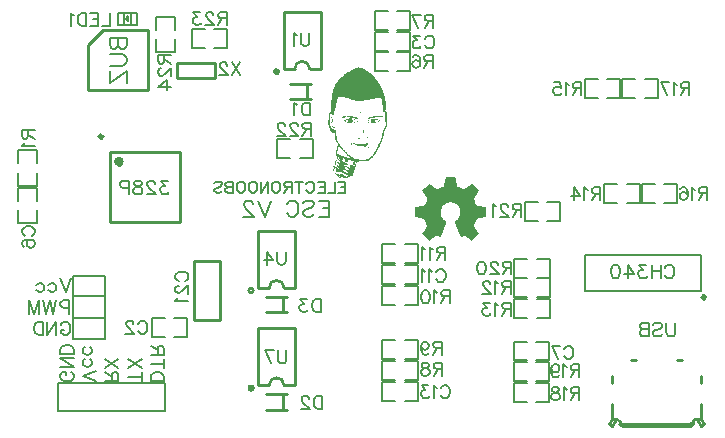
<source format=gbo>
G04 Created by GerbView*
%FSLAX26Y26*%
%MOIN*%
G75*
%ADD10C,0.0010*%
%ADD11C,0.0078*%
%ADD12C,0.0100*%
%ADD13C,0.0090*%
%ADD14C,0.0050*%
%ADD15C,0.0055*%
%ADD16C,0.0070*%
%ADD17C,0.0060*%
%ADD18C,0.0080*%
%ADD19C,0.0118*%
%ADD20C,0.0157*%
%LNEXPORT*%
D02*
D10*
G36*
X1530433Y798267D02*
X1527598Y798307D01*
X1523661Y798267D01*
X1518385Y798188D01*
X1502519Y797992D01*
X1499645Y782480D01*
X1499055Y779330D01*
X1498464Y776377D01*
X1497913Y773661D01*
X1497401Y771259D01*
X1496929Y769251D01*
X1496496Y767716D01*
X1496181Y766653D01*
X1495984Y766181D01*
X1494803Y765511D01*
X1492322Y764370D01*
X1488976Y762913D01*
X1485196Y761299D01*
X1481377Y759763D01*
X1477992Y758464D01*
X1475433Y757519D01*
X1474173Y757165D01*
X1473700Y757362D01*
X1472716Y757874D01*
X1471338Y758740D01*
X1469606Y759842D01*
X1467559Y761141D01*
X1465236Y762677D01*
X1462716Y764370D01*
X1460078Y766181D01*
X1447047Y775157D01*
X1435826Y763976D01*
X1433582Y761692D01*
X1431496Y759566D01*
X1429566Y757598D01*
X1427913Y755866D01*
X1426535Y754409D01*
X1425511Y753267D01*
X1424842Y752519D01*
X1424606Y752165D01*
X1424803Y751771D01*
X1425275Y750944D01*
X1426062Y749724D01*
X1427125Y748110D01*
X1428346Y746220D01*
X1429803Y744055D01*
X1431377Y741692D01*
X1433070Y739212D01*
X1434803Y736732D01*
X1436377Y734330D01*
X1437795Y732086D01*
X1439055Y730118D01*
X1440118Y728385D01*
X1440866Y727007D01*
X1441377Y726062D01*
X1441535Y725511D01*
X1441181Y724173D01*
X1440196Y721535D01*
X1438818Y717992D01*
X1437204Y714055D01*
X1435511Y710157D01*
X1433976Y706692D01*
X1432795Y704133D01*
X1432086Y702952D01*
X1430748Y702519D01*
X1427637Y701811D01*
X1423149Y700866D01*
X1417755Y699842D01*
X1414960Y699330D01*
X1412322Y698818D01*
X1409803Y698346D01*
X1407559Y697874D01*
X1405629Y697440D01*
X1404015Y697086D01*
X1402874Y696811D01*
X1402244Y696614D01*
X1401653Y696299D01*
X1401220Y695905D01*
X1400905Y695157D01*
X1400669Y693976D01*
X1400551Y692125D01*
X1400472Y689448D01*
X1400433Y685787D01*
Y680905D01*
X1400472Y675551D01*
X1400551Y671417D01*
X1400748Y668346D01*
X1401102Y666181D01*
X1401614Y664763D01*
X1402401Y663937D01*
X1403425Y663543D01*
X1404724Y663425D01*
X1406062Y663346D01*
X1408031Y663070D01*
X1410472Y662677D01*
X1413228Y662125D01*
X1416220Y661535D01*
X1419251Y660905D01*
X1422244Y660275D01*
X1425000Y659606D01*
X1427440Y659015D01*
X1429448Y658464D01*
X1430787Y657992D01*
X1431456Y657677D01*
X1431889Y656968D01*
X1432598Y655590D01*
X1433464Y653700D01*
X1434448Y651417D01*
X1435511Y648858D01*
X1436614Y646181D01*
X1437637Y643503D01*
X1438622Y640944D01*
X1439488Y638622D01*
X1440157Y636653D01*
X1440590Y635236D01*
X1440748Y634409D01*
X1440590Y633858D01*
X1440118Y632874D01*
X1439370Y631535D01*
X1438385Y629881D01*
X1437165Y627952D01*
X1435826Y625826D01*
X1434291Y623543D01*
X1432677Y621181D01*
X1429566Y616574D01*
X1427007Y612716D01*
X1425275Y609960D01*
X1424606Y608779D01*
X1424842Y608425D01*
X1425511Y607637D01*
X1426535Y606496D01*
X1427913Y605039D01*
X1429566Y603267D01*
X1431456Y601338D01*
X1433543Y599173D01*
X1446968Y585748D01*
X1458740Y593897D01*
X1461102Y595551D01*
X1463425Y597086D01*
X1465551Y598464D01*
X1467480Y599685D01*
X1469133Y600669D01*
X1470472Y601417D01*
X1471417Y601889D01*
X1471968Y602086D01*
X1472952Y601850D01*
X1474606Y601220D01*
X1476653Y600314D01*
X1478897Y599173D01*
X1484330Y596299D01*
X1485433Y598976D01*
X1485669Y599527D01*
X1486062Y600472D01*
X1486574Y601732D01*
X1487244Y603307D01*
X1487992Y605196D01*
X1488858Y607283D01*
X1489842Y609606D01*
X1490866Y612125D01*
X1491968Y614803D01*
X1493149Y617598D01*
X1494330Y620511D01*
X1495590Y623464D01*
X1496811Y626456D01*
X1497992Y629330D01*
X1499133Y632086D01*
X1500236Y634724D01*
X1501220Y637165D01*
X1502165Y639409D01*
X1502992Y641417D01*
X1503700Y643188D01*
X1504330Y644645D01*
X1505118Y646614D01*
X1505314Y647047D01*
X1505472Y648110D01*
X1504960Y649173D01*
X1503503Y650511D01*
X1500866Y652519D01*
X1498740Y654094D01*
X1496811Y655708D01*
X1495118Y657322D01*
X1493582Y659055D01*
X1492165Y660866D01*
X1490866Y662795D01*
X1489645Y664921D01*
X1488503Y667244D01*
X1487322Y670000D01*
X1486653Y672598D01*
X1486377Y675787D01*
X1486299Y680433D01*
X1486377Y685275D01*
X1486692Y688503D01*
X1487480Y691181D01*
X1488976Y694409D01*
X1490314Y696889D01*
X1491771Y699173D01*
X1493385Y701338D01*
X1495157Y703307D01*
X1497047Y705157D01*
X1499055Y706771D01*
X1501220Y708267D01*
X1503464Y709566D01*
X1505866Y710669D01*
X1508346Y711614D01*
X1510944Y712362D01*
X1513661Y712913D01*
X1515826Y713188D01*
X1517992Y713346D01*
X1520157D01*
X1522283Y713188D01*
X1524409Y712874D01*
X1526456Y712440D01*
X1528503Y711850D01*
X1530511Y711181D01*
X1532440Y710314D01*
X1534330Y709370D01*
X1536181Y708307D01*
X1537913Y707086D01*
X1539606Y705787D01*
X1541220Y704330D01*
X1542755Y702795D01*
X1544212Y701141D01*
X1545551Y699409D01*
X1546811Y697559D01*
X1547952Y695590D01*
X1549015Y693543D01*
X1550354Y690433D01*
X1551102Y687795D01*
X1551496Y684881D01*
X1551574Y680826D01*
X1551535Y678503D01*
X1551338Y676220D01*
X1551023Y674055D01*
X1550590Y671929D01*
X1550039Y669842D01*
X1549330Y667874D01*
X1548503Y665944D01*
X1547559Y664094D01*
X1546496Y662283D01*
X1545275Y660551D01*
X1543937Y658897D01*
X1542480Y657322D01*
X1540866Y655748D01*
X1539133Y654291D01*
X1537283Y652874D01*
X1535275Y651535D01*
X1533937Y650629D01*
X1532874Y649803D01*
X1532125Y649173D01*
X1531850Y648779D01*
X1532007Y648228D01*
X1532480Y647007D01*
X1533228Y645078D01*
X1534251Y642598D01*
X1535433Y639606D01*
X1536811Y636220D01*
X1538346Y632519D01*
X1539960Y628582D01*
X1541062Y625866D01*
X1542204Y623188D01*
X1543267Y620511D01*
X1544330Y617952D01*
X1545354Y615472D01*
X1546299Y613149D01*
X1547204Y610984D01*
X1547992Y609015D01*
X1548700Y607283D01*
X1549330Y605787D01*
X1549803Y604566D01*
X1550157Y603700D01*
X1551181Y601141D01*
X1552007Y599291D01*
X1552716Y598070D01*
X1553464Y597401D01*
X1554330Y597244D01*
X1555433Y597559D01*
X1556889Y598267D01*
X1558779Y599291D01*
X1560866Y600354D01*
X1562795Y601259D01*
X1564370Y601850D01*
X1565354Y602086D01*
X1565905Y601889D01*
X1566889Y601417D01*
X1568267Y600669D01*
X1569960Y599685D01*
X1571929Y598464D01*
X1574094Y597047D01*
X1576456Y595511D01*
X1578897Y593897D01*
X1590866Y585708D01*
X1604330Y599173D01*
X1606417Y601338D01*
X1608267Y603346D01*
X1609881Y605118D01*
X1611220Y606614D01*
X1612204Y607834D01*
X1612795Y608661D01*
X1612952Y609055D01*
X1612125Y610354D01*
X1611338Y611614D01*
X1610275Y613228D01*
X1609015Y615118D01*
X1607559Y617204D01*
X1606023Y619488D01*
X1604370Y621889D01*
X1596141Y633779D01*
X1600787Y645590D01*
X1602637Y650236D01*
X1604251Y654133D01*
X1605433Y656850D01*
X1606023Y658031D01*
X1606653Y658267D01*
X1608267Y658661D01*
X1610669Y659212D01*
X1613622Y659881D01*
X1617007Y660590D01*
X1624251Y662086D01*
X1627716Y662755D01*
X1630826Y663385D01*
X1633464Y663858D01*
X1635354Y664173D01*
X1636338Y664291D01*
X1636377Y664606D01*
X1636456Y665551D01*
X1636496Y667047D01*
X1636574Y669015D01*
X1636614Y671417D01*
Y674133D01*
X1636653Y677165D01*
Y685748D01*
X1636614Y689724D01*
X1636574Y692598D01*
X1636417Y694566D01*
X1636220Y695787D01*
X1635905Y696456D01*
X1635433Y696811D01*
X1634842Y696968D01*
X1634015Y697125D01*
X1632598Y697401D01*
X1630669Y697795D01*
X1628385Y698228D01*
X1625826Y698700D01*
X1623070Y699212D01*
X1620275Y699763D01*
X1617519Y700275D01*
X1614881Y700748D01*
X1612559Y701181D01*
X1610551Y701535D01*
X1609055Y701811D01*
X1607795Y702047D01*
X1606771Y702440D01*
X1605866Y703149D01*
X1604960Y704251D01*
X1603976Y705905D01*
X1602795Y708307D01*
X1601377Y711535D01*
X1599527Y715787D01*
X1595314Y725708D01*
X1599803Y732362D01*
X1600787Y733818D01*
X1603070Y737244D01*
X1604291Y739015D01*
X1605551Y740826D01*
X1606732Y742598D01*
X1607874Y744251D01*
X1608897Y745748D01*
X1613543Y752480D01*
X1602322Y763700D01*
X1600078Y765984D01*
X1597952Y768070D01*
X1595984Y770000D01*
X1594291Y771653D01*
X1592834Y773031D01*
X1591732Y774055D01*
X1590984Y774724D01*
X1590669Y774960D01*
X1590314Y774763D01*
X1589488Y774251D01*
X1588228Y773425D01*
X1586574Y772362D01*
X1584606Y771023D01*
X1582401Y769527D01*
X1579960Y767874D01*
X1577362Y766062D01*
X1574763Y764291D01*
X1572283Y762637D01*
X1569960Y761102D01*
X1567913Y759803D01*
X1566181Y758700D01*
X1564763Y757913D01*
X1563779Y757401D01*
X1563307Y757204D01*
X1562047Y757559D01*
X1559488Y758543D01*
X1555984Y759881D01*
X1552047Y761456D01*
X1548149Y763070D01*
X1544685Y764527D01*
X1542204Y765629D01*
X1541102Y766220D01*
X1540787Y767440D01*
X1539251Y775118D01*
X1538228Y780629D01*
X1537716Y783503D01*
X1537165Y786259D01*
X1536692Y788818D01*
X1536220Y791141D01*
X1535787Y793149D01*
X1535433Y794763D01*
X1535157Y795944D01*
X1534960Y796574D01*
X1534724Y797204D01*
X1534330Y797637D01*
X1533622Y797952D01*
X1532401Y798149D01*
X1530433Y798267D01*
G37*
G36*
X1215039Y1162795D02*
X1213700Y1162992D01*
X1212716Y1162913D01*
X1211535Y1162716D01*
X1210118Y1162401D01*
X1208543Y1161968D01*
X1206811Y1161417D01*
X1204960Y1160787D01*
X1202952Y1160039D01*
X1200826Y1159212D01*
X1198622Y1158267D01*
X1196377Y1157283D01*
X1194015Y1156259D01*
X1191614Y1155157D01*
X1189212Y1153976D01*
X1186811Y1152755D01*
X1184370Y1151535D01*
X1182007Y1150275D01*
X1179645Y1148976D01*
X1177362Y1147677D01*
X1175157Y1146338D01*
X1173031Y1145039D01*
X1171141Y1143818D01*
X1169212Y1142401D01*
X1167125Y1140866D01*
X1165000Y1139173D01*
X1162755Y1137362D01*
X1160511Y1135472D01*
X1156023Y1131456D01*
X1153818Y1129370D01*
X1151653Y1127244D01*
X1149527Y1125196D01*
X1147559Y1123110D01*
X1145629Y1121062D01*
X1143897Y1119133D01*
X1142283Y1117244D01*
X1140905Y1115472D01*
X1139803Y1113976D01*
X1138740Y1112440D01*
X1137716Y1110905D01*
X1136732Y1109330D01*
X1135748Y1107677D01*
X1134803Y1106023D01*
X1133937Y1104291D01*
X1133031Y1102559D01*
X1132204Y1100748D01*
X1131417Y1098897D01*
X1130629Y1097007D01*
X1129881Y1095118D01*
X1128464Y1091102D01*
X1127834Y1089055D01*
X1127204Y1086929D01*
X1126614Y1084763D01*
X1126062Y1082598D01*
X1125551Y1080354D01*
X1125039Y1078070D01*
X1124566Y1075708D01*
X1124133Y1073307D01*
X1123700Y1070866D01*
X1123346Y1068385D01*
X1122992Y1065866D01*
X1122677Y1063267D01*
X1122362Y1060629D01*
X1122125Y1057952D01*
X1121889Y1055196D01*
X1121692Y1052401D01*
X1121377Y1046653D01*
X1121141Y1040669D01*
X1121102Y1037598D01*
X1121062Y1034488D01*
X1120944Y1013267D01*
X1118188Y1012716D01*
X1116535Y1012244D01*
X1115236Y1011535D01*
X1114212Y1010511D01*
X1113464Y1009094D01*
X1112913Y1007125D01*
X1112598Y1004606D01*
X1112401Y1001377D01*
X1112362Y997322D01*
X1112283Y992992D01*
X1112086Y989055D01*
X1111771Y985984D01*
X1111377Y984173D01*
X1111023Y983070D01*
X1110866Y981771D01*
X1110826Y980236D01*
X1110944Y978503D01*
X1111181Y976614D01*
X1111535Y974566D01*
X1112047Y972322D01*
X1112677Y969960D01*
X1113464Y967440D01*
X1114330Y964842D01*
X1115354Y962125D01*
X1116496Y959291D01*
X1118307Y955118D01*
X1120000Y951614D01*
X1121614Y948858D01*
X1123188Y946732D01*
X1124724Y945196D01*
X1126259Y944251D01*
X1127874Y943858D01*
X1129527Y943937D01*
X1130629Y944173D01*
X1131456Y944212D01*
X1132047Y943897D01*
X1132559Y942913D01*
X1132952Y941141D01*
X1133346Y938385D01*
X1133858Y934330D01*
X1134527Y928858D01*
X1134842Y926338D01*
X1135196Y924015D01*
X1135629Y921929D01*
X1136102Y920000D01*
X1136653Y918149D01*
X1137244Y916377D01*
X1137992Y914566D01*
X1138818Y912795D01*
X1142007Y906259D01*
X1139645Y893188D01*
X1139015Y889488D01*
X1138464Y886141D01*
X1138070Y883188D01*
X1137755Y880511D01*
X1137559Y878149D01*
X1137440Y876023D01*
Y874173D01*
X1137559Y872519D01*
X1137795Y871023D01*
X1138110Y869685D01*
X1138543Y868503D01*
X1139055Y867362D01*
X1139842Y865748D01*
X1140236Y864409D01*
X1140196Y863228D01*
X1139803Y862086D01*
X1139488Y861102D01*
X1139251Y859921D01*
X1139173Y858779D01*
X1139291Y857716D01*
X1139370Y856535D01*
X1139133Y855669D01*
X1138503Y855000D01*
X1137401Y854409D01*
X1136259Y853779D01*
X1135472Y852795D01*
X1135039Y851377D01*
X1134763Y849212D01*
X1134488Y847401D01*
X1134094Y845826D01*
X1133464Y844606D01*
X1132795Y843858D01*
X1131968Y843149D01*
X1131653Y842440D01*
X1131811Y841456D01*
X1132401Y840078D01*
X1133031Y838543D01*
Y837480D01*
X1132362Y836496D01*
X1129330Y834015D01*
X1128622Y832992D01*
Y831771D01*
X1129251Y830000D01*
X1129842Y828228D01*
X1129960Y827007D01*
X1129448Y825905D01*
X1128307Y824645D01*
X1127125Y823346D01*
X1126692Y822322D01*
X1126929Y821141D01*
X1127834Y819370D01*
X1129015Y817283D01*
X1130472Y815118D01*
X1132125Y812834D01*
X1133976Y810472D01*
X1135984Y808031D01*
X1138149Y805629D01*
X1140393Y803228D01*
X1142716Y800905D01*
X1144960Y798858D01*
X1147086Y797125D01*
X1149133Y795708D01*
X1151141Y794645D01*
X1153228Y793858D01*
X1155354Y793307D01*
X1157677Y792992D01*
X1160118Y792913D01*
X1163385Y793070D01*
X1166929Y793503D01*
X1170511Y794212D01*
X1173976Y795078D01*
X1177047Y796062D01*
X1179645Y797125D01*
X1181496Y798188D01*
X1182401Y799212D01*
X1182913Y799763D01*
X1183897Y800196D01*
X1185236Y800433D01*
X1186929Y800511D01*
X1188700Y800669D01*
X1190433Y801023D01*
X1191968Y801614D01*
X1193228Y802322D01*
X1194566Y803425D01*
X1195078Y804173D01*
X1194763Y805000D01*
X1193700Y806141D01*
X1192834Y807204D01*
X1192440Y808031D01*
X1192559Y808779D01*
X1193110Y809566D01*
X1193700Y810157D01*
X1194370Y810590D01*
X1195078Y810905D01*
X1195669Y811023D01*
X1196850Y811456D01*
X1197480Y812559D01*
X1197401Y813897D01*
X1196614Y815236D01*
X1195787Y816535D01*
X1195748Y817992D01*
X1196417Y819133D01*
X1197637Y819606D01*
X1198228Y819724D01*
X1198937Y820039D01*
X1199606Y820472D01*
X1200196Y821023D01*
X1200748Y821850D01*
X1200905Y822559D01*
X1200669Y823267D01*
X1200000Y824133D01*
X1199094Y825748D01*
X1198937Y827362D01*
X1199488Y828622D01*
X1200629Y829133D01*
X1201259Y829251D01*
X1201929Y829566D01*
X1202637Y830039D01*
X1203228Y830590D01*
X1203818Y831456D01*
X1204015Y832244D01*
X1203818Y833149D01*
X1203228Y834370D01*
X1202637Y835748D01*
X1202519Y837165D01*
X1202874Y839055D01*
X1203818Y841732D01*
X1204803Y843976D01*
X1205748Y845629D01*
X1206732Y846653D01*
X1207755Y847125D01*
X1208661Y847362D01*
X1209685Y847795D01*
X1210708Y848346D01*
X1211574Y848976D01*
X1212204Y849409D01*
X1213070Y849763D01*
X1214212Y850039D01*
X1215669Y850236D01*
X1217598Y850393D01*
X1220039Y850472D01*
X1223070Y850551D01*
X1226732D01*
X1230905Y850590D01*
X1234212Y850629D01*
X1236811Y850787D01*
X1238937Y850984D01*
X1240669Y851338D01*
X1242283Y851811D01*
X1243937Y852440D01*
X1245787Y853267D01*
X1247244Y854015D01*
X1248740Y854881D01*
X1250275Y855866D01*
X1251850Y857047D01*
X1253464Y858307D01*
X1255118Y859724D01*
X1256811Y861299D01*
X1260039Y864527D01*
X1261377Y865984D01*
X1262637Y867440D01*
X1263818Y868976D01*
X1265039Y870669D01*
X1266259Y872559D01*
X1267598Y874685D01*
X1269055Y877204D01*
X1270708Y880157D01*
X1272559Y883622D01*
X1274685Y887637D01*
X1277125Y892283D01*
X1278976Y895787D01*
X1280669Y899055D01*
X1282244Y902125D01*
X1285039Y907716D01*
X1286299Y910275D01*
X1287440Y912677D01*
X1288464Y914921D01*
X1289448Y917086D01*
X1290314Y919133D01*
X1291102Y921062D01*
X1291850Y922952D01*
X1292519Y924803D01*
X1293110Y926574D01*
X1293661Y928307D01*
X1294173Y930078D01*
X1295039Y933543D01*
X1295393Y935314D01*
X1295748Y937125D01*
X1296062Y939015D01*
X1296377Y940944D01*
X1296692Y942992D01*
X1296968Y945157D01*
X1297559Y948582D01*
X1298307Y951377D01*
X1299448Y953700D01*
X1300984Y956023D01*
X1302362Y958110D01*
X1303818Y960748D01*
X1305157Y963582D01*
X1306141Y966299D01*
X1307165Y969645D01*
X1307637Y972362D01*
Y975078D01*
X1307165Y978307D01*
X1306968Y979763D01*
X1306771Y981771D01*
X1306614Y984133D01*
X1306456Y986850D01*
X1306338Y989803D01*
X1306259Y992913D01*
X1306181Y996062D01*
X1306141Y999251D01*
Y1004094D01*
X1306102Y1007834D01*
X1305984Y1010590D01*
X1305826Y1012559D01*
X1305551Y1013937D01*
X1305118Y1014881D01*
X1304527Y1015629D01*
X1303779Y1016338D01*
X1302559Y1017519D01*
X1301929Y1018622D01*
Y1020078D01*
X1302362Y1022204D01*
X1302559Y1023307D01*
X1302677Y1024842D01*
X1302795Y1026850D01*
X1302874Y1029173D01*
X1302952Y1031771D01*
Y1034566D01*
X1302913Y1037440D01*
X1302834Y1040433D01*
X1302716Y1043267D01*
X1302598Y1045866D01*
X1302440Y1048188D01*
X1302283Y1050314D01*
X1302086Y1052283D01*
X1301850Y1054212D01*
X1301535Y1056023D01*
X1301181Y1057874D01*
X1300787Y1059724D01*
X1300314Y1061692D01*
X1299763Y1063818D01*
X1299133Y1066102D01*
X1298385Y1068700D01*
X1297598Y1071299D01*
X1296771Y1073858D01*
X1295905Y1076417D01*
X1295039Y1078937D01*
X1294133Y1081456D01*
X1292165Y1086417D01*
X1291141Y1088858D01*
X1290118Y1091259D01*
X1289055Y1093622D01*
X1287952Y1095984D01*
X1286811Y1098346D01*
X1285669Y1100629D01*
X1284488Y1102913D01*
X1283267Y1105157D01*
X1282047Y1107322D01*
X1280787Y1109488D01*
X1279488Y1111653D01*
X1278188Y1113700D01*
X1276889Y1115787D01*
X1275511Y1117795D01*
X1274173Y1119763D01*
X1272755Y1121692D01*
X1271338Y1123582D01*
X1269921Y1125433D01*
X1268464Y1127244D01*
X1267007Y1128976D01*
X1265511Y1130669D01*
X1264015Y1132322D01*
X1262480Y1133937D01*
X1260944Y1135511D01*
X1259133Y1137244D01*
X1257283Y1138976D01*
X1255433Y1140629D01*
X1251653Y1143858D01*
X1249685Y1145393D01*
X1247755Y1146850D01*
X1245787Y1148307D01*
X1243858Y1149645D01*
X1241850Y1150984D01*
X1239881Y1152244D01*
X1237913Y1153464D01*
X1235944Y1154606D01*
X1233976Y1155669D01*
X1232007Y1156692D01*
X1230039Y1157677D01*
X1228110Y1158543D01*
X1226181Y1159370D01*
X1224251Y1160118D01*
X1222362Y1160748D01*
X1219645Y1161614D01*
X1217125Y1162322D01*
X1215039Y1162795D01*
G37*
%LPC*%
G36*
X1151850Y798779D02*
X1149055Y799409D01*
X1148070Y799212D01*
X1148661Y798149D01*
X1150551Y796929D01*
X1153464Y795826D01*
X1156929Y795118D01*
X1160314Y794842D01*
X1161535Y795000D01*
X1161417Y795354D01*
X1159881Y796023D01*
X1156771Y797165D01*
X1151850Y798779D01*
G37*
G36*
X1136929Y827086D02*
X1135196Y827952D01*
X1134133Y827913D01*
X1133622Y826850D01*
X1133425Y824606D01*
X1133385Y823149D01*
Y820866D01*
X1133425Y820314D01*
Y820039D01*
X1133228Y819803D01*
X1132952Y819645D01*
X1132559Y819606D01*
X1132165Y819803D01*
X1131850Y820314D01*
X1131614Y821102D01*
X1131535Y822047D01*
X1131456Y822952D01*
X1131259Y823622D01*
X1130944Y823937D01*
X1130551Y823897D01*
X1129645Y822716D01*
X1129803Y820826D01*
X1131102Y818188D01*
X1133543Y814763D01*
X1135866Y812086D01*
X1138031Y810118D01*
X1140590Y808543D01*
X1143937Y807086D01*
X1147283Y805826D01*
X1149330Y805275D01*
X1150433Y805393D01*
X1151102Y806141D01*
X1151496Y806771D01*
X1151811Y807283D01*
X1152047Y807716D01*
X1152204Y807913D01*
X1152795Y807834D01*
X1154173Y807480D01*
X1156181Y806889D01*
X1158661Y806141D01*
X1161732Y805078D01*
X1163464Y804291D01*
X1164094Y803543D01*
X1163779Y802834D01*
X1163307Y802125D01*
X1163385Y801574D01*
X1164015Y801062D01*
X1165314Y800551D01*
X1169055Y799330D01*
X1171574Y798976D01*
X1173425Y799488D01*
X1175275Y800905D01*
X1176456Y801889D01*
X1177637Y802677D01*
X1178779Y803228D01*
X1179685Y803425D01*
X1179842Y803582D01*
X1178976Y803976D01*
X1177204Y804527D01*
X1174685Y805196D01*
X1171889Y805984D01*
X1169212Y806968D01*
X1167007Y807992D01*
X1165551Y808937D01*
X1164094Y810039D01*
X1162283Y811023D01*
X1160314Y811929D01*
X1158307Y812637D01*
X1156377Y813149D01*
X1154724Y813385D01*
X1153464Y813346D01*
X1152755Y812913D01*
X1152362Y812519D01*
X1151889Y812244D01*
X1151377Y812204D01*
X1150905Y812322D01*
X1150039Y812677D01*
X1148425Y813070D01*
X1146338Y813543D01*
X1143976Y813976D01*
X1139842Y814881D01*
X1137244Y815826D01*
X1136141Y816889D01*
X1136496Y818070D01*
X1136889Y818740D01*
X1137322Y819842D01*
X1137755Y821181D01*
X1138110Y822598D01*
X1138385Y824370D01*
X1138307Y825590D01*
X1137834Y826456D01*
X1136929Y827086D01*
G37*
G36*
X1171929Y820354D02*
X1170078Y820826D01*
X1169055Y820078D01*
X1168937Y819488D01*
X1168700Y819055D01*
X1168543Y818779D01*
X1168385Y818622D01*
X1168031Y818700D01*
X1167362Y818937D01*
X1166496Y819212D01*
X1165472Y819566D01*
X1164370Y819881D01*
X1163425Y820000D01*
X1162755Y819881D01*
X1162322Y819606D01*
X1162007Y819330D01*
X1161496Y819133D01*
X1160905D01*
X1160275Y819251D01*
X1159685Y819448D01*
X1159251Y819488D01*
X1158937Y819409D01*
X1158818Y819251D01*
X1159291Y818779D01*
X1160629Y817952D01*
X1162637Y816889D01*
X1165078Y815708D01*
X1167755Y814448D01*
X1170433Y813267D01*
X1172952Y812204D01*
X1175078Y811456D01*
X1177125Y810826D01*
X1178188Y810629D01*
X1178503Y810944D01*
X1178267Y811811D01*
X1177952Y812519D01*
X1177519Y813228D01*
X1176968Y813897D01*
X1176456Y814370D01*
X1175905Y814881D01*
X1175433Y815629D01*
X1175039Y816417D01*
X1174803Y817204D01*
X1173779Y819015D01*
X1171929Y820354D01*
G37*
G36*
X1174212Y829606D02*
X1172795Y830118D01*
X1172519Y830000D01*
X1172165Y829685D01*
X1171850Y829212D01*
X1171574Y828661D01*
X1171141Y827992D01*
X1170590Y827716D01*
X1169645Y827874D01*
X1168228Y828425D01*
X1166889Y828937D01*
X1165984Y829133D01*
X1165433Y828937D01*
X1165118Y828385D01*
X1164842Y827992D01*
X1164488Y827755D01*
X1164055Y827716D01*
X1163582Y827874D01*
X1163228Y828031D01*
X1162992D01*
X1162952Y827913D01*
X1163070Y827637D01*
X1163858Y826968D01*
X1165472Y826023D01*
X1167677Y824881D01*
X1170196Y823661D01*
X1172874Y822440D01*
X1175393Y821377D01*
X1177598Y820511D01*
X1179251Y820039D01*
X1181141Y819842D01*
X1181968Y820433D01*
X1181574Y821574D01*
X1180000Y823149D01*
X1179212Y823897D01*
X1178543Y824645D01*
X1178149Y825393D01*
X1177992Y825944D01*
X1177362Y827086D01*
X1175905Y828425D01*
X1174212Y829606D01*
G37*
G36*
X1137322Y837598D02*
X1136417Y837834D01*
X1135826Y837519D01*
X1135393Y836653D01*
X1135000Y835944D01*
X1134409Y835236D01*
X1133700Y834606D01*
X1132992Y834133D01*
X1132007Y833503D01*
X1132244Y832795D01*
X1134330Y831535D01*
X1138818Y829251D01*
X1141181Y828031D01*
X1143700Y826732D01*
X1146062Y825472D01*
X1147952Y824409D01*
X1149409Y823622D01*
X1150629Y823070D01*
X1151456Y822755D01*
X1151732Y822795D01*
X1151377Y823188D01*
X1150433Y823937D01*
X1148976Y824803D01*
X1147244Y825826D01*
X1145433Y826929D01*
X1144133Y827992D01*
X1143385Y828897D01*
X1143267Y829566D01*
X1143385Y830118D01*
X1143307Y830669D01*
X1143110Y831141D01*
X1142716Y831496D01*
X1142283Y831850D01*
X1141968Y832401D01*
X1141732Y833070D01*
X1141653Y833700D01*
X1141417Y834488D01*
X1140826Y835314D01*
X1139921Y836102D01*
X1138858Y836811D01*
X1137322Y837598D01*
G37*
G36*
X1191811Y828110D02*
X1191653Y828188D01*
X1191456Y828110D01*
X1191141Y827913D01*
X1190866Y827598D01*
X1190590Y827244D01*
X1190433Y826850D01*
X1190472Y826574D01*
X1190669Y826377D01*
X1191023Y826299D01*
X1191456Y826377D01*
X1191771Y826574D01*
X1192007Y826850D01*
X1192086Y827244D01*
X1192047Y827598D01*
X1191968Y827913D01*
X1191811Y828110D01*
G37*
G36*
X1148110Y865275D02*
X1147637Y866023D01*
X1146692Y865866D01*
X1146299Y865433D01*
X1145866Y864685D01*
X1145511Y863661D01*
X1145157Y862519D01*
X1144763Y861338D01*
X1144251Y860433D01*
X1143582Y859842D01*
X1142913Y859645D01*
X1142874Y859527D01*
X1143425Y859094D01*
X1144488Y858464D01*
X1146062Y857598D01*
X1148031Y856574D01*
X1150354Y855354D01*
X1152992Y854055D01*
X1155905Y852637D01*
X1158937Y851181D01*
X1161929Y849685D01*
X1164803Y848228D01*
X1167559Y846889D01*
X1170000Y845590D01*
X1172086Y844488D01*
X1173818Y843582D01*
X1175000Y842874D01*
X1177283Y841417D01*
X1178346Y840551D01*
X1178267Y840078D01*
X1176338Y839606D01*
X1175629Y839212D01*
X1175118Y838700D01*
X1174921Y838149D01*
X1174606Y837204D01*
X1173779Y836850D01*
X1172480Y836968D01*
X1170944Y837716D01*
X1170236Y837992D01*
X1169645Y838070D01*
X1169133Y837913D01*
X1168740Y837480D01*
X1168267Y837047D01*
X1167598Y836889D01*
X1166692Y837047D01*
X1165433Y837519D01*
X1163976Y838110D01*
X1163110Y838385D01*
X1162834Y838346D01*
X1163110Y838031D01*
X1163897Y837480D01*
X1165196Y836692D01*
X1166968Y835669D01*
X1169133Y834488D01*
X1172007Y833070D01*
X1175039Y831692D01*
X1178031Y830433D01*
X1180866Y829291D01*
X1183425Y828425D01*
X1185551Y827795D01*
X1187047Y827519D01*
X1187795Y827637D01*
X1187952Y827834D01*
X1187874Y828031D01*
X1187637Y828149D01*
X1187204Y828188D01*
X1186062Y828897D01*
X1184960Y830748D01*
X1184055Y833425D01*
X1183464Y836496D01*
X1183110Y839566D01*
X1189763Y837204D01*
X1192401Y836299D01*
X1194763Y835551D01*
X1196614Y835078D01*
X1197598Y834842D01*
X1198228Y835393D01*
X1199133Y836811D01*
X1200118Y838937D01*
X1201102Y841496D01*
X1202086Y844094D01*
X1203070Y846299D01*
X1203937Y847874D01*
X1204566Y848582D01*
X1204881Y848779D01*
Y848937D01*
X1204645Y849055D01*
X1204094Y849094D01*
X1202519Y848818D01*
X1201220Y847598D01*
X1200000Y845157D01*
X1198661Y841299D01*
X1197559Y837913D01*
X1196574Y836259D01*
X1195472Y836062D01*
X1193858Y837007D01*
X1192992Y837834D01*
X1192795Y838937D01*
X1193228Y840866D01*
X1194370Y844094D01*
X1195196Y846456D01*
X1195787Y848425D01*
X1196102Y849842D01*
X1196062Y850511D01*
X1195157Y850905D01*
X1192992Y851574D01*
X1189921Y852401D01*
X1186299Y853346D01*
X1177047Y855669D01*
X1175472Y850511D01*
X1174803Y848503D01*
X1174133Y846889D01*
X1173543Y845748D01*
X1173149Y845354D01*
X1171377Y845984D01*
X1168937Y847401D01*
X1166811Y848976D01*
X1165866Y850157D01*
X1165984Y850787D01*
X1166299Y851850D01*
X1166771Y853149D01*
X1167362Y854566D01*
X1167952Y855905D01*
X1168425Y857086D01*
X1168779Y857913D01*
X1168897Y858307D01*
X1167795Y858818D01*
X1165236Y859566D01*
X1162440Y860314D01*
X1160669Y860629D01*
X1160393Y860354D01*
X1160039Y859645D01*
X1159685Y858582D01*
X1159370Y857283D01*
X1158661Y855078D01*
X1157440Y854094D01*
X1155472Y854251D01*
X1152440Y855472D01*
X1149330Y857086D01*
X1147755Y858346D01*
X1147322Y859763D01*
X1147755Y861771D01*
X1148188Y863818D01*
X1148110Y865275D01*
G37*
G36*
X1143503Y856614D02*
X1142559Y856929D01*
X1142086Y856692D01*
X1141850Y855826D01*
X1141535Y855118D01*
X1140866Y854370D01*
X1139960Y853622D01*
X1138937Y853070D01*
X1137559Y852362D01*
X1136850Y851496D01*
X1136692Y850118D01*
X1136929Y847834D01*
X1137165Y845669D01*
X1137047Y844291D01*
X1136535Y843425D01*
X1135472Y842834D01*
X1134685Y842244D01*
X1135275Y841417D01*
X1137440Y840078D01*
X1141653Y837952D01*
X1144606Y836535D01*
X1147007Y835393D01*
X1148818Y834606D01*
X1150039Y834133D01*
X1150629Y833976D01*
X1150590Y834173D01*
X1149921Y834685D01*
X1148582Y835590D01*
X1147637Y836338D01*
X1146889Y837086D01*
X1146456Y837795D01*
X1146377Y838346D01*
X1146456Y838858D01*
X1146377Y839330D01*
X1146102Y839763D01*
X1145708Y840078D01*
X1145314Y840433D01*
X1145000Y840944D01*
X1144724Y841574D01*
X1144645Y842204D01*
X1144370Y843070D01*
X1143543Y844212D01*
X1142362Y845551D01*
X1140866Y846929D01*
X1138818Y848700D01*
X1138031Y849527D01*
X1138425Y849645D01*
X1140000Y849133D01*
X1141653Y848503D01*
X1143976Y847440D01*
X1146614Y846141D01*
X1149330Y844763D01*
X1151653Y843582D01*
X1153503Y842716D01*
X1154842Y842125D01*
X1155629Y841889D01*
X1155787Y842007D01*
X1155314Y842401D01*
X1154133Y843188D01*
X1152165Y844291D01*
X1150826Y845157D01*
X1149842Y846023D01*
X1149251Y846771D01*
Y847283D01*
X1149409Y847795D01*
X1149370Y848385D01*
X1149133Y849015D01*
X1148700Y849606D01*
X1148307Y850275D01*
X1147992Y850984D01*
X1147874Y851771D01*
Y852440D01*
X1147795Y853149D01*
X1147244Y854015D01*
X1146338Y854881D01*
X1145196Y855708D01*
X1143503Y856614D01*
G37*
G36*
X1152559Y1063700D02*
X1143779Y1063818D01*
X1142834Y1060669D01*
X1142598Y1059763D01*
X1142244Y1058464D01*
X1141811Y1056889D01*
X1141338Y1055039D01*
X1140787Y1052913D01*
X1140196Y1050590D01*
X1139566Y1048070D01*
X1138897Y1045433D01*
X1138188Y1042677D01*
X1137519Y1039803D01*
X1136771Y1036929D01*
X1136062Y1034055D01*
X1135393Y1031181D01*
X1134685Y1028425D01*
X1134055Y1025708D01*
X1133425Y1023149D01*
X1132874Y1020787D01*
X1132322Y1018582D01*
X1131889Y1016653D01*
X1131496Y1014921D01*
X1130354Y1010275D01*
X1129370Y1007322D01*
X1128385Y1005748D01*
X1127244Y1005078D01*
X1126141Y1004881D01*
X1125196Y1005039D01*
X1124251Y1005590D01*
X1123307Y1006535D01*
X1122401Y1007401D01*
X1121456Y1007952D01*
X1120511Y1008149D01*
X1119527Y1008031D01*
X1118464Y1007322D01*
X1117795Y1005551D01*
X1117362Y1001811D01*
X1116968Y995314D01*
X1116732Y990511D01*
X1116535Y986456D01*
X1116456Y982992D01*
X1116417Y980078D01*
X1116456Y977598D01*
X1116614Y975433D01*
X1116850Y973464D01*
X1117204Y971692D01*
X1117716Y969921D01*
X1118346Y968110D01*
X1119133Y966102D01*
X1120039Y963858D01*
X1121968Y959409D01*
X1123267Y956929D01*
X1124173Y956102D01*
X1124881Y956535D01*
X1126732Y957677D01*
X1129133Y957755D01*
X1131496Y956968D01*
X1133031Y955354D01*
X1133543Y954488D01*
X1134251Y953740D01*
X1135039Y953149D01*
X1135787Y952834D01*
X1136653Y952401D01*
X1137204Y951574D01*
X1137519Y950236D01*
X1137598Y948188D01*
X1137637Y947125D01*
X1137716Y945629D01*
X1137874Y943818D01*
X1138070Y941771D01*
X1138267Y939488D01*
X1138543Y937086D01*
X1138818Y934606D01*
X1139133Y932125D01*
X1139566Y928897D01*
X1140039Y926062D01*
X1140472Y923661D01*
X1140944Y921535D01*
X1141496Y919606D01*
X1142125Y917834D01*
X1142834Y916181D01*
X1143622Y914527D01*
X1144291Y913346D01*
X1145039Y912125D01*
X1145866Y910787D01*
X1146811Y909409D01*
X1147874Y907913D01*
X1149055Y906338D01*
X1150314Y904685D01*
X1151692Y902952D01*
X1153149Y901141D01*
X1154685Y899251D01*
X1156338Y897322D01*
X1158070Y895314D01*
X1159921Y893228D01*
X1161811Y891102D01*
X1163858Y888897D01*
X1165905Y886653D01*
X1168070Y884330D01*
X1170314Y881968D01*
X1172637Y879566D01*
X1175039Y877125D01*
X1180826Y871181D01*
X1180433Y876653D01*
X1180039Y882086D01*
X1181377Y875905D01*
X1182244Y872559D01*
X1183267Y870196D01*
X1184803Y868228D01*
X1187165Y866102D01*
X1188818Y864842D01*
X1190472Y863661D01*
X1192204Y862598D01*
X1194015Y861574D01*
X1195866Y860669D01*
X1197834Y859842D01*
X1199881Y859094D01*
X1202047Y858385D01*
X1204370Y857795D01*
X1206811Y857244D01*
X1209370Y856771D01*
X1212125Y856338D01*
X1215078Y855984D01*
X1218149Y855669D01*
X1221456Y855433D01*
X1224960Y855196D01*
X1228543Y855039D01*
X1231338Y854921D01*
X1233582D01*
X1235433Y855078D01*
X1237047Y855354D01*
X1238582Y855787D01*
X1240275Y856417D01*
X1242283Y857244D01*
X1245275Y858582D01*
X1247795Y860039D01*
X1249881Y861535D01*
X1251692Y863307D01*
X1253228Y865393D01*
X1254645Y867952D01*
X1255984Y871023D01*
X1257362Y874724D01*
X1258818Y878543D01*
X1259803Y880905D01*
X1260433Y881771D01*
X1260629Y881102D01*
X1260511Y879606D01*
X1260118Y877559D01*
X1259488Y875275D01*
X1258779Y873031D01*
X1256850Y867795D01*
X1259291Y870629D01*
X1259803Y871299D01*
X1260472Y872362D01*
X1261377Y873779D01*
X1262362Y875551D01*
X1263543Y877598D01*
X1264842Y879842D01*
X1266220Y882362D01*
X1267677Y885078D01*
X1269212Y887874D01*
X1270787Y890826D01*
X1272362Y893858D01*
X1273976Y896889D01*
X1275551Y899921D01*
X1277086Y902913D01*
X1278582Y905826D01*
X1281338Y911338D01*
X1282559Y913818D01*
X1283622Y916062D01*
X1284566Y918070D01*
X1285511Y920275D01*
X1286377Y922204D01*
X1287125Y924055D01*
X1287755Y925748D01*
X1288346Y927440D01*
X1288858Y929133D01*
X1289291Y930944D01*
X1289724Y932874D01*
X1290157Y935000D01*
X1290590Y937362D01*
X1291023Y940039D01*
X1291535Y943110D01*
X1292007Y946181D01*
X1292480Y948740D01*
X1292952Y950826D01*
X1293464Y952637D01*
X1294094Y954212D01*
X1294803Y955669D01*
X1295669Y957125D01*
X1296732Y958700D01*
X1298543Y961456D01*
X1300039Y963976D01*
X1301102Y966417D01*
X1301889Y968740D01*
X1302322Y971141D01*
X1302519Y973622D01*
X1302401Y976299D01*
X1302047Y979251D01*
X1301811Y980826D01*
X1301653Y982834D01*
X1301496Y985078D01*
X1301338Y987559D01*
X1301259Y990157D01*
X1301141Y992795D01*
Y997992D01*
X1301220Y1003307D01*
X1301259Y1007244D01*
X1301220Y1010039D01*
X1301062Y1011771D01*
X1300826Y1012755D01*
X1300433Y1013149D01*
X1299842D01*
X1299055Y1012952D01*
X1296968Y1012992D01*
X1295433Y1014291D01*
X1294370Y1017086D01*
X1293700Y1021496D01*
X1293070Y1027598D01*
X1292559Y1032992D01*
X1292047Y1037834D01*
X1291614Y1042086D01*
X1291220Y1045787D01*
X1290826Y1049055D01*
X1290472Y1051811D01*
X1290118Y1054133D01*
X1289763Y1056062D01*
X1289409Y1057677D01*
X1289015Y1058976D01*
X1288622Y1059960D01*
X1288149Y1060708D01*
X1287677Y1061220D01*
X1287125Y1061574D01*
X1286496Y1061771D01*
X1285826Y1061889D01*
X1285039Y1061929D01*
X1284173Y1061889D01*
X1283228D01*
X1281968Y1061850D01*
X1280314Y1061692D01*
X1278267Y1061417D01*
X1275944Y1061062D01*
X1273425Y1060669D01*
X1270748Y1060196D01*
X1267992Y1059645D01*
X1265275Y1059094D01*
X1263188Y1058661D01*
X1260944Y1058188D01*
X1258582Y1057716D01*
X1256102Y1057204D01*
X1253543Y1056732D01*
X1250944Y1056259D01*
X1248307Y1055708D01*
X1245629Y1055236D01*
X1242952Y1054724D01*
X1237677Y1053779D01*
X1235157Y1053346D01*
X1232677Y1052913D01*
X1230275Y1052519D01*
X1228031Y1052125D01*
X1225905Y1051771D01*
X1223976Y1051496D01*
X1222204Y1051181D01*
X1220629Y1050984D01*
X1219291Y1050787D01*
X1217401Y1050629D01*
X1215393Y1050590D01*
X1213228Y1050669D01*
X1210905Y1050905D01*
X1208464Y1051220D01*
X1205866Y1051653D01*
X1203149Y1052204D01*
X1200354Y1052913D01*
X1197401Y1053661D01*
X1194370Y1054606D01*
X1191181Y1055629D01*
X1187952Y1056771D01*
X1185393Y1057677D01*
X1182952Y1058503D01*
X1180551Y1059251D01*
X1178267Y1059960D01*
X1176062Y1060590D01*
X1173897Y1061141D01*
X1171771Y1061653D01*
X1169645Y1062086D01*
X1167598Y1062440D01*
X1165511Y1062795D01*
X1163425Y1063070D01*
X1161338Y1063267D01*
X1159212Y1063464D01*
X1157047Y1063582D01*
X1154803Y1063661D01*
X1152559Y1063700D01*
G37*
G36*
X1146614Y901614D02*
X1145984Y902204D01*
X1145708Y901338D01*
X1145078Y899055D01*
X1144212Y895748D01*
X1143188Y891732D01*
X1142204Y887480D01*
X1141377Y883503D01*
X1140826Y880236D01*
X1140629Y878149D01*
X1140787Y876181D01*
X1141771Y874763D01*
X1144251Y873267D01*
X1148976Y871102D01*
X1150551Y870393D01*
X1152440Y869645D01*
X1154566Y868858D01*
X1156889Y867992D01*
X1159370Y867086D01*
X1162007Y866220D01*
X1164685Y865314D01*
X1167401Y864409D01*
X1170157Y863543D01*
X1172834Y862716D01*
X1175472Y861929D01*
X1177952Y861220D01*
X1180314Y860590D01*
X1182480Y860000D01*
X1184409Y859527D01*
X1186023Y859173D01*
X1189566Y858503D01*
X1185039Y861811D01*
X1184015Y862598D01*
X1182834Y863543D01*
X1181535Y864685D01*
X1180078Y865944D01*
X1178543Y867362D01*
X1176889Y868897D01*
X1175196Y870511D01*
X1173385Y872244D01*
X1169724Y875905D01*
X1167874Y877795D01*
X1165984Y879685D01*
X1164133Y881653D01*
X1162322Y883543D01*
X1160551Y885472D01*
X1158858Y887322D01*
X1157204Y889133D01*
X1155669Y890866D01*
X1154251Y892519D01*
X1152952Y894094D01*
X1150314Y897283D01*
X1148110Y899842D01*
X1146614Y901614D01*
G37*
%LPD*%
G36*
X1193897Y910787D02*
X1192952Y910984D01*
X1192440Y910944D01*
X1192362Y910708D01*
X1192716Y910314D01*
X1193464Y909724D01*
X1194566Y909015D01*
X1196062Y908149D01*
X1197913Y907165D01*
X1200118Y906062D01*
X1202598Y904881D01*
X1209527Y901692D01*
X1199566Y901417D01*
X1196456Y901299D01*
X1194251Y901220D01*
X1193031Y901141D01*
X1192834Y901102D01*
X1193661Y901023D01*
X1195551Y900984D01*
X1198543Y900944D01*
X1202716Y900866D01*
X1206653Y900787D01*
X1210433Y900669D01*
X1214015Y900551D01*
X1217401Y900433D01*
X1220590Y900236D01*
X1223582Y900039D01*
X1226377Y899842D01*
X1228976Y899606D01*
X1231377Y899330D01*
X1233582Y899055D01*
X1235590Y898740D01*
X1237362Y898385D01*
X1238976Y898070D01*
X1240393Y897677D01*
X1241574Y897283D01*
X1242598Y896850D01*
X1245354Y895669D01*
X1246968Y895275D01*
X1247322Y895629D01*
X1246181Y896771D01*
X1245157Y897362D01*
X1243307Y898110D01*
X1240944Y898897D01*
X1238346Y899645D01*
X1231968Y901377D01*
X1244409Y902755D01*
X1244763Y906496D01*
X1244803Y908937D01*
X1244055Y910078D01*
X1242086Y910118D01*
X1238503Y909212D01*
X1236456Y908661D01*
X1234527Y908188D01*
X1232716Y907834D01*
X1230905Y907519D01*
X1229133Y907244D01*
X1227322Y907086D01*
X1225433Y907007D01*
X1223385D01*
X1221220Y907047D01*
X1218858Y907125D01*
X1216220Y907322D01*
X1213307Y907559D01*
X1208110Y908031D01*
X1205669Y908307D01*
X1203346Y908622D01*
X1201299Y908937D01*
X1199527Y909251D01*
X1198110Y909527D01*
X1197165Y909803D01*
X1195275Y910433D01*
X1193897Y910787D01*
G37*
G36*
X1217244Y898503D02*
X1215748Y898582D01*
X1214763Y898543D01*
X1214448Y898425D01*
X1214803Y898149D01*
X1215905Y897795D01*
X1217834Y897322D01*
X1220314Y896811D01*
X1222559Y896417D01*
X1224291Y896102D01*
X1225314Y895984D01*
X1226417Y896102D01*
X1225905Y896614D01*
X1224212Y897244D01*
X1221653Y897874D01*
X1219251Y898267D01*
X1217244Y898503D01*
G37*
G36*
X1189173Y911417D02*
X1188976Y911574D01*
X1188228Y910708D01*
X1187834Y909251D01*
X1187755Y907559D01*
X1188070Y905905D01*
X1188425Y905236D01*
X1188700Y905314D01*
X1188976Y906220D01*
X1189212Y907992D01*
X1189330Y909488D01*
X1189291Y910669D01*
X1189173Y911417D01*
G37*
G36*
X1143385Y927440D02*
X1142913Y928267D01*
X1142716Y927086D01*
X1142992Y924055D01*
X1143897Y920551D01*
X1145393Y916653D01*
X1146968Y913425D01*
X1148188Y912125D01*
Y912480D01*
X1147913Y913425D01*
X1147362Y914803D01*
X1146653Y916496D01*
X1145826Y918503D01*
X1145078Y920708D01*
X1144448Y922834D01*
X1144015Y924606D01*
X1143385Y927440D01*
G37*
G36*
X1213582Y926299D02*
X1211850Y926417D01*
X1209527Y926377D01*
X1208582Y926181D01*
X1208897Y925787D01*
X1210275Y925000D01*
X1211535Y924488D01*
X1213070Y924055D01*
X1214763Y923740D01*
X1216338Y923622D01*
X1218228Y923661D01*
X1219055Y923858D01*
X1218897Y924251D01*
X1217913Y925039D01*
X1216811Y925590D01*
X1215314Y926023D01*
X1213582Y926299D01*
G37*
G36*
X1243110Y930118D02*
X1242480Y930236D01*
X1241692Y930078D01*
X1240787Y929685D01*
X1239842Y929094D01*
X1239055Y928346D01*
X1238031Y926968D01*
X1238307Y926496D01*
X1239645Y926929D01*
X1241692Y928307D01*
X1242755Y929212D01*
X1243228Y929803D01*
X1243110Y930118D01*
G37*
G36*
X1228976Y955748D02*
X1228858Y956417D01*
X1228700Y955314D01*
X1228582Y952952D01*
X1228543Y950196D01*
X1228582Y947362D01*
X1228700Y944842D01*
X1228858Y943503D01*
X1228976Y944015D01*
X1229055Y946141D01*
Y953464D01*
X1228976Y955748D01*
G37*
G36*
X1243267Y947283D02*
X1242992Y947401D01*
X1242874Y947283D01*
X1242952Y946850D01*
X1243188Y946259D01*
X1243582Y945511D01*
X1244055Y944763D01*
X1244488Y944173D01*
X1244881Y943779D01*
X1245157Y943582D01*
X1245275Y943779D01*
X1245196Y944173D01*
X1244960Y944763D01*
X1244566Y945511D01*
X1244133Y946259D01*
X1243661Y946850D01*
X1243267Y947283D01*
G37*
G36*
X1132244Y965118D02*
X1131929Y965196D01*
X1131535Y965078D01*
X1131141Y964724D01*
X1130826Y964251D01*
X1130629Y963622D01*
X1130551Y963031D01*
X1130433Y962519D01*
X1130196Y962165D01*
X1129803Y962125D01*
X1129291Y962283D01*
X1128740Y962559D01*
X1128582Y962519D01*
X1128779Y962204D01*
X1129330Y961653D01*
X1130039Y960984D01*
X1130551Y960826D01*
X1131023Y961062D01*
X1131574Y961732D01*
X1131929Y962362D01*
X1132244Y963110D01*
X1132440Y963818D01*
X1132559Y964409D01*
X1132440Y964842D01*
X1132244Y965118D01*
G37*
G36*
X1123188Y995826D02*
X1122204Y996889D01*
X1121889Y996653D01*
X1122322Y995157D01*
X1123464Y992204D01*
X1124921Y988307D01*
X1125393Y985511D01*
X1124842Y983464D01*
X1123307Y981811D01*
X1122322Y980944D01*
X1121811Y980118D01*
X1121692Y979251D01*
X1121929Y978307D01*
X1122244Y977519D01*
X1122440Y976574D01*
X1122598Y975669D01*
X1122559Y974881D01*
X1122755Y972440D01*
X1123503Y969330D01*
X1124566Y966535D01*
X1125629Y965000D01*
X1125984Y964842D01*
X1126102Y965078D01*
X1125944Y965629D01*
X1125511Y966496D01*
X1125078Y967677D01*
X1124763Y969330D01*
X1124606Y971299D01*
X1124645Y973267D01*
X1124724Y975393D01*
X1124606Y976850D01*
X1124291Y977677D01*
X1123700Y977952D01*
X1122716Y978228D01*
X1122559Y978976D01*
X1123149Y980000D01*
X1124488Y981023D01*
X1125433Y982007D01*
X1126023Y983464D01*
X1126338Y985354D01*
X1126299Y987519D01*
X1125944Y989724D01*
X1125314Y991968D01*
X1124409Y994055D01*
X1123188Y995826D01*
G37*
G36*
X1128307Y970866D02*
X1128149Y971062D01*
X1127913Y970984D01*
X1127716Y970669D01*
X1127637Y970236D01*
X1127677Y969724D01*
X1127834Y969173D01*
X1128070Y968818D01*
X1128228Y968779D01*
X1128346Y969094D01*
X1128425Y969763D01*
Y970433D01*
X1128307Y970866D01*
G37*
G36*
X1187992Y992952D02*
X1186377Y993070D01*
X1184724Y993031D01*
X1183031Y992874D01*
X1181062Y992598D01*
X1178779Y992125D01*
X1176496Y991574D01*
X1174055Y990826D01*
X1171574Y989921D01*
X1169173Y988976D01*
X1167086Y988031D01*
X1165393Y987125D01*
X1164251Y986338D01*
X1163858Y985708D01*
X1164212Y985078D01*
X1165236Y984133D01*
X1166692Y983031D01*
X1168543Y981811D01*
X1170590Y980629D01*
X1172677Y979488D01*
X1174685Y978582D01*
X1176456Y977913D01*
X1178110Y977440D01*
X1179881Y977125D01*
X1181811Y976889D01*
X1183818Y976771D01*
X1185866Y976732D01*
X1188031Y976811D01*
X1190196Y976968D01*
X1192401Y977204D01*
X1194645Y977598D01*
X1196850Y978031D01*
X1199015Y978582D01*
X1201141Y979251D01*
X1204094Y980275D01*
X1206653Y981181D01*
X1208503Y982007D01*
X1209448Y982519D01*
Y983228D01*
X1208543Y984291D01*
X1206889Y985590D01*
X1204645Y987007D01*
X1202086Y988425D01*
X1199370Y989763D01*
X1196653Y990905D01*
X1194133Y991692D01*
X1191771Y992244D01*
X1189724Y992677D01*
X1187992Y992952D01*
G37*
%LPC*%
G36*
X1194212Y990118D02*
X1192913Y990354D01*
X1191377Y990275D01*
X1190708Y989921D01*
X1190826Y989015D01*
X1191535Y987244D01*
X1192007Y985826D01*
X1192283Y984448D01*
Y983228D01*
X1192047Y982244D01*
X1191299Y980078D01*
X1191338Y978937D01*
X1192362Y978543D01*
X1194488Y978858D01*
X1198937Y980039D01*
X1202952Y981456D01*
X1205787Y982834D01*
X1206653Y983818D01*
X1205826Y984606D01*
X1204370Y985590D01*
X1202480Y986653D01*
X1200314Y987755D01*
X1198110Y988740D01*
X1195984Y989566D01*
X1194212Y990118D01*
G37*
G36*
X1178267Y988976D02*
X1178149Y989409D01*
X1177637Y989251D01*
X1176496Y988818D01*
X1174803Y988149D01*
X1172874Y987362D01*
X1170905Y986535D01*
X1169330Y985708D01*
X1168267Y985039D01*
X1167874Y984566D01*
X1168818Y983503D01*
X1171062Y982007D01*
X1173897Y980511D01*
X1176456Y979488D01*
X1177559Y979330D01*
X1178149Y979842D01*
X1178425Y981338D01*
X1178464Y984173D01*
Y986181D01*
X1178385Y987874D01*
X1178267Y988976D01*
G37*
%LPD*%
G36*
X1266535Y992047D02*
X1264251Y992086D01*
X1261968Y992007D01*
X1259645Y991771D01*
X1257362Y991417D01*
X1255196Y990944D01*
X1252322Y990118D01*
X1249448Y989094D01*
X1246653Y987992D01*
X1244094Y986771D01*
X1241850Y985551D01*
X1240039Y984409D01*
X1238779Y983346D01*
X1238149Y982440D01*
X1237992Y981771D01*
X1237952Y981299D01*
X1238031Y981062D01*
X1238188Y981102D01*
X1238740Y981141D01*
X1239803Y980866D01*
X1241259Y980314D01*
X1242913Y979566D01*
X1245118Y978700D01*
X1247716Y977992D01*
X1250629Y977519D01*
X1253779Y977165D01*
X1257007Y977047D01*
X1260314Y977125D01*
X1263503Y977401D01*
X1266535Y977913D01*
X1268976Y978503D01*
X1271614Y979291D01*
X1274291Y980196D01*
X1276889Y981141D01*
X1279251Y982125D01*
X1281181Y983070D01*
X1282637Y983897D01*
X1283385Y984527D01*
X1282716Y985866D01*
X1280118Y987795D01*
X1276496Y989724D01*
X1272716Y991141D01*
X1270787Y991614D01*
X1268700Y991889D01*
X1266535Y992047D01*
G37*
%LPC*%
G36*
X1253070Y987755D02*
X1252440Y988307D01*
X1250275Y987677D01*
X1246141Y985866D01*
X1243503Y984566D01*
X1242007Y983582D01*
X1241456Y982795D01*
X1241732Y982047D01*
X1243897Y980866D01*
X1247677Y979448D01*
X1251417Y978425D01*
X1253385Y978307D01*
X1253425Y978622D01*
X1253267Y979291D01*
X1252992Y980157D01*
X1252559Y981141D01*
X1252007Y982480D01*
X1251850Y983622D01*
X1251968Y984803D01*
X1252480Y986062D01*
X1253070Y987755D01*
G37*
G36*
X1269685Y988976D02*
X1267007Y989330D01*
X1265826Y989291D01*
X1265275Y989055D01*
X1265314Y988425D01*
X1265866Y987362D01*
X1266259Y986338D01*
X1266535Y985000D01*
X1266574Y983543D01*
X1266496Y982204D01*
X1266220Y980433D01*
X1266417Y979606D01*
X1267165Y979448D01*
X1268740Y979842D01*
X1270236Y980314D01*
X1272165Y980984D01*
X1274330Y981811D01*
X1276496Y982677D01*
X1279094Y983818D01*
X1280314Y984566D01*
X1280354Y985157D01*
X1279448Y985787D01*
X1276692Y986968D01*
X1273188Y988110D01*
X1269685Y988976D01*
G37*
%LPD*%
G36*
X1179763Y1001496D02*
X1177401Y1001614D01*
X1175629Y1001496D01*
X1174330Y1001181D01*
X1173503Y1000708D01*
X1173070Y999960D01*
X1172913Y999015D01*
X1173307Y998149D01*
X1174803Y997480D01*
X1177795Y996889D01*
X1182795Y996299D01*
X1184921Y995984D01*
X1187244Y995629D01*
X1189645Y995236D01*
X1192047Y994724D01*
X1194409Y994212D01*
X1196653Y993661D01*
X1198700Y993110D01*
X1200472Y992598D01*
X1204173Y991417D01*
X1206771Y990787D01*
X1208464Y990708D01*
X1209409Y991062D01*
X1209803Y991574D01*
X1210039Y992204D01*
X1210118Y992874D01*
X1210000Y993464D01*
X1209527Y993976D01*
X1208582Y994527D01*
X1207204Y995157D01*
X1205433Y995866D01*
X1203385Y996614D01*
X1201102Y997322D01*
X1198661Y998070D01*
X1196102Y998779D01*
X1193582Y999409D01*
X1191102Y999960D01*
X1188700Y1000433D01*
X1186574Y1000748D01*
X1182795Y1001220D01*
X1179763Y1001496D01*
G37*
G36*
X1283818Y1001456D02*
X1281181Y1001496D01*
X1278385Y1001456D01*
X1275433Y1001338D01*
X1272440Y1001102D01*
X1269370Y1000826D01*
X1266338Y1000433D01*
X1263267Y1000000D01*
X1260314Y999527D01*
X1257440Y998976D01*
X1254724Y998385D01*
X1252165Y997755D01*
X1249842Y997086D01*
X1247795Y996417D01*
X1245984Y995708D01*
X1244566Y995000D01*
X1243464Y994251D01*
X1242795Y993543D01*
X1242559Y992834D01*
X1242992Y991377D01*
X1244448Y990866D01*
X1247322Y991259D01*
X1251889Y992637D01*
X1254409Y993385D01*
X1256929Y994094D01*
X1259409Y994724D01*
X1261929Y995275D01*
X1264448Y995708D01*
X1266968Y996102D01*
X1269527Y996417D01*
X1272125Y996653D01*
X1274724Y996811D01*
X1277401Y996889D01*
X1280157Y996929D01*
X1282952Y996850D01*
X1288228Y996732D01*
X1291102Y996889D01*
X1292283Y997401D01*
X1292519Y998464D01*
X1292322Y999409D01*
X1291692Y1000118D01*
X1290433Y1000590D01*
X1288464Y1000984D01*
X1286299Y1001299D01*
X1283818Y1001456D01*
G37*
G36*
X1170236Y1000708D02*
X1168385Y1000787D01*
X1164724Y1000433D01*
X1160393Y999803D01*
X1157244Y999015D01*
X1155393Y998070D01*
X1154763Y996968D01*
X1155314Y995944D01*
X1156968Y995433D01*
X1159842Y995354D01*
X1164055Y995748D01*
X1167440Y996259D01*
X1169409Y996811D01*
X1170354Y997598D01*
X1170748Y998818D01*
X1170826Y1000118D01*
X1170236Y1000708D01*
G37*
G36*
X1220944Y1012952D02*
X1219370Y1012992D01*
X1217755Y1012952D01*
X1216811Y1012874D01*
X1216574Y1012716D01*
X1217086Y1012559D01*
X1218149Y1012440D01*
X1219370Y1012401D01*
X1220551Y1012440D01*
X1221614Y1012559D01*
X1222125Y1012716D01*
X1221889Y1012874D01*
X1220944Y1012952D01*
G37*
G36*
X1202716Y1018858D02*
X1201338D01*
X1200629Y1018700D01*
Y1018425D01*
X1201181Y1017992D01*
X1202125Y1017677D01*
X1203582Y1017362D01*
X1205354Y1017204D01*
X1207244Y1017165D01*
X1209606Y1017244D01*
X1210590Y1017362D01*
X1210275Y1017598D01*
X1208779Y1017992D01*
X1207322Y1018307D01*
X1205708Y1018543D01*
X1204133Y1018740D01*
X1202716Y1018858D01*
G37*
D11*
X210472Y109291D02*
Y17874D01*
X568385D01*
X567598Y109291D01*
X210472D01*
X260866Y256102D02*
X367952D01*
Y467125D01*
X259685D01*
Y256102D01*
X258897Y326181D02*
X367952D01*
Y401771D01*
X259291D01*
D12*
X2334999Y-00009487D02*
X2340984D01*
X2352992D01*
Y40472D01*
Y110472D02*
Y134488D01*
X2289999Y187480D02*
X2273976D01*
X2135984D02*
X2120000D01*
X2056968Y134488D02*
Y110472D01*
Y40472D02*
Y-00009487D01*
X2068976D01*
X2075000D01*
X2320984Y-00024487D02*
X2088976D01*
X2320984Y-00032479D02*
X2088976D01*
X2326968Y-00017479D02*
Y-00018463D01*
Y-00026495D01*
X2082992Y-00017479D02*
Y-00018463D01*
Y-00026495D01*
X2352992Y-00009487D02*
X2362992Y-00026495D01*
X2352992Y-00032479D01*
X2341968Y-00014487D01*
X2056968Y-00009487D02*
X2046968Y-00026495D01*
X2056968Y-00032479D01*
X2067992Y-00015471D01*
D11*
X2352874Y517362D02*
Y537992D01*
X1967086D01*
Y418976D01*
X2352874D01*
Y517362D01*
D12*
X607007Y1127401D02*
X732952D01*
Y1178582D02*
Y1127401D01*
Y1178582D02*
X607007D01*
Y1127401D02*
Y1178582D01*
X383858Y646850D02*
Y879133D01*
X616102D01*
Y646850D01*
X383858D01*
D11*
X1772755Y109488D02*
X1729448D01*
Y46496D01*
X1772755D01*
X1804212Y109488D02*
X1847559D01*
Y70118D01*
Y46496D01*
X1804212D01*
X1772755Y179488D02*
X1729448D01*
Y116496D01*
X1772755D01*
X1804212Y179488D02*
X1847559D01*
Y140118D01*
Y116496D01*
X1804212D01*
X1804566Y186023D02*
X1847874D01*
Y249015D01*
X1804566D01*
X1773070Y186023D02*
X1729763D01*
Y225393D01*
Y249015D01*
X1773070D01*
X1334251Y184488D02*
X1290944D01*
Y121496D01*
X1334251D01*
X1365748Y184488D02*
X1409055D01*
Y145118D01*
Y121496D01*
X1365748D01*
X1334251Y254488D02*
X1290944D01*
Y191496D01*
X1334251D01*
X1365748Y254488D02*
X1409055D01*
Y215118D01*
Y191496D01*
X1365748D01*
X1365708Y51496D02*
X1409015D01*
Y114488D01*
X1365708D01*
X1334212Y51496D02*
X1290905D01*
Y90866D01*
Y114488D01*
X1334212D01*
D12*
X905000Y21968D02*
X920000D01*
X975000D01*
X905000Y73976D02*
X920000D01*
X975000D01*
X959685Y24330D02*
Y72401D01*
D11*
X1805708Y396496D02*
X1849015D01*
Y459488D01*
X1805708D01*
X1774212Y396496D02*
X1730905D01*
Y435866D01*
Y459488D01*
X1774212D01*
X1805708Y326496D02*
X1849015D01*
Y389488D01*
X1805708D01*
X1774212Y326496D02*
X1730905D01*
Y365866D01*
Y389488D01*
X1774212D01*
X2105708Y711496D02*
X2149015D01*
Y774488D01*
X2105708D01*
X2074212Y711496D02*
X2030905D01*
Y750866D01*
Y774488D01*
X2074212D01*
X2040708Y1061496D02*
X2084015D01*
Y1124488D01*
X2040708D01*
X2009212Y1061496D02*
X1965905D01*
Y1100866D01*
Y1124488D01*
X2009212D01*
X2199251Y774488D02*
X2155944D01*
Y711496D01*
X2199251D01*
X2230748Y774488D02*
X2274055D01*
Y735118D01*
Y711496D01*
X2230748D01*
X2134251Y1124488D02*
X2090944D01*
Y1061496D01*
X2134251D01*
X2165748Y1124488D02*
X2209055D01*
Y1085118D01*
Y1061496D01*
X2165748D01*
X1774251Y524488D02*
X1730944D01*
Y461496D01*
X1774251D01*
X1805748Y524488D02*
X1849055D01*
Y485118D01*
Y461496D01*
X1805748D01*
X1809251Y714488D02*
X1765944D01*
Y651496D01*
X1809251D01*
X1840748Y714488D02*
X1884055D01*
Y675118D01*
Y651496D01*
X1840748D01*
X984251Y924488D02*
X940944D01*
Y861496D01*
X984251D01*
X1015748Y924488D02*
X1059055D01*
Y885118D01*
Y861496D01*
X1015748D01*
X565314Y326889D02*
X522007D01*
Y263897D01*
X565314D01*
X596811Y326889D02*
X640118D01*
Y287519D01*
Y263897D01*
X596811D01*
X78464Y687244D02*
Y643937D01*
X141496D01*
Y687244D01*
X78464Y718740D02*
Y762047D01*
X117834D01*
X141496D01*
Y718740D01*
D12*
X876968Y102992D02*
Y292992D01*
X1000984D01*
Y102992D01*
X963976D01*
X913976D02*
X876968D01*
D11*
X1309251Y1214488D02*
X1265944D01*
Y1151496D01*
X1309251D01*
X1340748Y1214488D02*
X1384055D01*
Y1175118D01*
Y1151496D01*
X1340748D01*
X1309251Y1349488D02*
X1265944D01*
Y1286496D01*
X1309251D01*
X1340748Y1349488D02*
X1384055D01*
Y1310118D01*
Y1286496D01*
X1340748D01*
X1309251Y1279488D02*
X1265944D01*
Y1216496D01*
X1309251D01*
X1340748Y1279488D02*
X1384055D01*
Y1240118D01*
Y1216496D01*
X1340748D01*
D12*
X985000Y1056968D02*
X1000000D01*
X1055000D01*
X985000Y1108976D02*
X1000000D01*
X1055000D01*
X1039685Y1059330D02*
Y1107401D01*
X961968Y1157992D02*
Y1347992D01*
X1085984D01*
Y1157992D01*
X1048976D01*
X998976D02*
X961968D01*
D11*
X1334251Y434488D02*
X1290944D01*
Y371496D01*
X1334251D01*
X1365748Y434488D02*
X1409055D01*
Y395118D01*
Y371496D01*
X1365748D01*
X1334251Y574488D02*
X1290944D01*
Y511496D01*
X1334251D01*
X1365748Y574488D02*
X1409055D01*
Y535118D01*
Y511496D01*
X1365748D01*
X1334251Y504488D02*
X1290944D01*
Y441496D01*
X1334251D01*
X1365748Y504488D02*
X1409055D01*
Y465118D01*
Y441496D01*
X1365748D01*
D12*
X905000Y346968D02*
X920000D01*
X975000D01*
X905000Y398976D02*
X920000D01*
X975000D01*
X959685Y349330D02*
Y397401D01*
X876968Y427992D02*
Y617992D01*
X1000984D01*
Y427992D01*
X963976D01*
X913976D02*
X876968D01*
X510078Y1086023D02*
Y1286023D01*
X360078D01*
X310078Y1236023D01*
Y1086023D01*
X510078D01*
D11*
X141496Y843700D02*
Y887047D01*
X78464D01*
Y843700D01*
X141496Y812244D02*
Y768937D01*
X102125D01*
X78464D01*
Y812244D01*
D13*
X749488Y322244D02*
Y519094D01*
X662834D01*
Y322244D01*
X749488D01*
D11*
X699566Y1289881D02*
X656259D01*
Y1226889D01*
X699566D01*
X731062Y1289881D02*
X774370D01*
Y1250511D01*
Y1226889D01*
X731062D01*
X538031Y1257283D02*
Y1213976D01*
X601062D01*
Y1257283D01*
X538031Y1288779D02*
Y1332086D01*
X577401D01*
X601062D01*
Y1288779D01*
D14*
X428897Y1304527D02*
Y1344527D01*
X452874D02*
Y1304527D01*
X440866Y1320551D02*
Y1328543D01*
X444881Y1332519D02*
Y1316535D01*
X436889Y1324527D01*
X444881Y1332519D01*
X472874Y1344527D02*
X408897D01*
Y1304527D01*
X472874D01*
Y1344527D01*
D15*
X411062Y116732D02*
X365984D01*
X411062D02*
Y136062D01*
X408897Y142480D01*
X406771Y144645D01*
X402480Y146771D01*
X398188D01*
X393897Y144645D01*
X391732Y142480D01*
X389606Y136062D01*
Y116732D01*
Y131771D02*
X365984Y146771D01*
X411062Y160944D02*
X365984Y191023D01*
X411062D02*
X365984Y160944D01*
X489803Y131771D02*
X444724D01*
X489803Y116732D02*
Y146771D01*
Y160944D02*
X444724Y191023D01*
X489803D02*
X444724Y160944D01*
X563858Y116299D02*
X518740D01*
X563858D02*
Y131338D01*
X561692Y137755D01*
X557401Y142047D01*
X553110Y144212D01*
X546692Y146377D01*
X535944D01*
X529488Y144212D01*
X525196Y142047D01*
X520905Y137755D01*
X518740Y131338D01*
Y116299D01*
X563858Y175551D02*
X518740D01*
X563858Y160511D02*
Y190590D01*
Y204763D02*
X518740D01*
X563858D02*
Y224094D01*
X561692Y230551D01*
X559566Y232677D01*
X555275Y234842D01*
X550984D01*
X546692Y232677D01*
X544527Y230551D01*
X542362Y224094D01*
Y204763D01*
Y219803D02*
X518740Y234842D01*
X337834Y116338D02*
X292755Y133503D01*
X337834Y150708D02*
X292755Y133503D01*
X316377Y190629D02*
X320669Y186338D01*
X322795Y182047D01*
Y175590D01*
X320669Y171299D01*
X316377Y167007D01*
X309921Y164881D01*
X305629D01*
X299173Y167007D01*
X294881Y171299D01*
X292755Y175590D01*
Y182047D01*
X294881Y186338D01*
X299173Y190629D01*
X316377Y230590D02*
X320669Y226299D01*
X322795Y221968D01*
Y215551D01*
X320669Y211259D01*
X316377Y206968D01*
X309921Y204803D01*
X305629D01*
X299173Y206968D01*
X294881Y211259D01*
X292755Y215551D01*
Y221968D01*
X294881Y226299D01*
X299173Y230590D01*
X252677Y148543D02*
X256968Y146377D01*
X261259Y142086D01*
X263425Y137795D01*
Y129212D01*
X261259Y124921D01*
X256968Y120629D01*
X252677Y118464D01*
X246259Y116338D01*
X235511D01*
X229055Y118464D01*
X224763Y120629D01*
X220472Y124921D01*
X218346Y129212D01*
Y137795D01*
X220472Y142086D01*
X224763Y146377D01*
X229055Y148543D01*
X235511D01*
Y137795D02*
Y148543D01*
X263425Y162716D02*
X218346D01*
X263425D02*
X218346Y192795D01*
X263425D02*
X218346D01*
X263425Y206968D02*
X218346D01*
X263425D02*
Y221968D01*
X261259Y228425D01*
X256968Y232716D01*
X252677Y234881D01*
X246259Y237007D01*
X235511D01*
X229055Y234881D01*
X224763Y232716D01*
X220472Y228425D01*
X218346Y221968D01*
Y206968D01*
X252677Y459251D02*
X235511Y414133D01*
X218346Y459251D02*
X235511Y414133D01*
X178385Y437755D02*
X182677Y442047D01*
X186968Y444212D01*
X193425D01*
X197716Y442047D01*
X202007Y437755D01*
X204173Y431338D01*
Y427047D01*
X202007Y420590D01*
X197716Y416299D01*
X193425Y414133D01*
X186968D01*
X182677Y416299D01*
X178385Y420590D01*
X138464Y437755D02*
X142755Y442047D01*
X147047Y444212D01*
X153464D01*
X157755Y442047D01*
X162086Y437755D01*
X164212Y431338D01*
Y427047D01*
X162086Y420590D01*
X157755Y416299D01*
X153464Y414133D01*
X147047D01*
X142755Y416299D01*
X138464Y420590D01*
X248267Y385787D02*
Y340708D01*
Y385787D02*
X228976D01*
X222519Y383661D01*
X220354Y381496D01*
X218228Y377204D01*
Y370748D01*
X220354Y366456D01*
X222519Y364330D01*
X228976Y362165D01*
X248267D01*
X204055Y385787D02*
X193307Y340708D01*
X182559Y385787D02*
X193307Y340708D01*
X182559Y385787D02*
X171850Y340708D01*
X161102Y385787D02*
X171850Y340708D01*
X146929Y385787D02*
Y340708D01*
Y385787D02*
X129763Y340708D01*
X112559Y385787D02*
X129763Y340708D01*
X112559Y385787D02*
Y340708D01*
X219448Y304803D02*
X221574Y309094D01*
X225866Y313385D01*
X230196Y315551D01*
X238779D01*
X243070Y313385D01*
X247362Y309094D01*
X249488Y304803D01*
X251653Y298346D01*
Y287637D01*
X249488Y281181D01*
X247362Y276889D01*
X243070Y272598D01*
X238779Y270433D01*
X230196D01*
X225866Y272598D01*
X221574Y276889D01*
X219448Y281181D01*
Y287637D01*
X230196D02*
X219448D01*
X205275Y315551D02*
Y270433D01*
Y315551D02*
X175196Y270433D01*
Y315551D02*
Y270433D01*
X161023Y315551D02*
Y270433D01*
Y315551D02*
X145984D01*
X139566Y313385D01*
X135275Y309094D01*
X133110Y304803D01*
X130944Y298346D01*
Y287637D01*
X133110Y281181D01*
X135275Y276889D01*
X139566Y272598D01*
X145984Y270433D01*
X161023D01*
X2232874Y494566D02*
X2235039Y498858D01*
X2239330Y503149D01*
X2243622Y505314D01*
X2252204D01*
X2256496Y503149D01*
X2260826Y498858D01*
X2262952Y494566D01*
X2265118Y488110D01*
Y477401D01*
X2262952Y470944D01*
X2260826Y466653D01*
X2256496Y462362D01*
X2252204Y460196D01*
X2243622D01*
X2239330Y462362D01*
X2235039Y466653D01*
X2232874Y470944D01*
X2218700Y505314D02*
Y460196D01*
X2188661Y505314D02*
Y460196D01*
X2218700Y483818D02*
X2188661D01*
X2170196Y505314D02*
X2146574D01*
X2159448Y488110D01*
X2152992D01*
X2148700Y485984D01*
X2146574Y483818D01*
X2144409Y477401D01*
Y473110D01*
X2146574Y466653D01*
X2150866Y462362D01*
X2157283Y460196D01*
X2163740D01*
X2170196Y462362D01*
X2172322Y464488D01*
X2174488Y468779D01*
X2108779Y505314D02*
X2130236Y475236D01*
X2098031D01*
X2108779Y505314D02*
Y460196D01*
X2070984Y505314D02*
X2077401Y503149D01*
X2081692Y496732D01*
X2083858Y485984D01*
Y479527D01*
X2081692Y468779D01*
X2077401Y462362D01*
X2070984Y460196D01*
X2066692D01*
X2060236Y462362D01*
X2055944Y468779D01*
X2053779Y479527D01*
Y485984D01*
X2055944Y496732D01*
X2060236Y503149D01*
X2066692Y505314D01*
X2070984D01*
X2268385Y311614D02*
Y279409D01*
X2266259Y272952D01*
X2261968Y268661D01*
X2255511Y266496D01*
X2251220D01*
X2244763Y268661D01*
X2240472Y272952D01*
X2238346Y279409D01*
Y311614D01*
X2194094Y305157D02*
X2198385Y309448D01*
X2204842Y311614D01*
X2213425D01*
X2219881Y309448D01*
X2224173Y305157D01*
Y300866D01*
X2222007Y296574D01*
X2219881Y294409D01*
X2215551Y292283D01*
X2202677Y287992D01*
X2198385Y285826D01*
X2196259Y283700D01*
X2194094Y279409D01*
Y272952D01*
X2198385Y268661D01*
X2204842Y266496D01*
X2213425D01*
X2219881Y268661D01*
X2224173Y272952D01*
X2179921Y311614D02*
Y266496D01*
Y311614D02*
X2160590D01*
X2154133Y309448D01*
X2152007Y307322D01*
X2149842Y303031D01*
Y298740D01*
X2152007Y294409D01*
X2154133Y292283D01*
X2160590Y290118D01*
X2179921D02*
X2160590D01*
X2154133Y287992D01*
X2152007Y285826D01*
X2149842Y281535D01*
Y275118D01*
X2152007Y270787D01*
X2154133Y268661D01*
X2160590Y266496D01*
X2179921D01*
X576062Y784842D02*
X552440D01*
X565314Y767637D01*
X558897D01*
X554566Y765511D01*
X552440Y763346D01*
X550275Y756929D01*
Y752637D01*
X552440Y746181D01*
X556732Y741889D01*
X563188Y739724D01*
X569606D01*
X576062Y741889D01*
X578188Y744015D01*
X580354Y748307D01*
X533976Y774094D02*
Y776259D01*
X531811Y780551D01*
X529685Y782677D01*
X525393Y784842D01*
X516771D01*
X512480Y782677D01*
X510354Y780551D01*
X508188Y776259D01*
Y771929D01*
X510354Y767637D01*
X514645Y761220D01*
X536102Y739724D01*
X506062D01*
X481141Y784842D02*
X487598Y782677D01*
X489724Y778385D01*
Y774094D01*
X487598Y769803D01*
X483307Y767637D01*
X474685Y765511D01*
X468267Y763346D01*
X463976Y759055D01*
X461811Y754763D01*
Y748307D01*
X463976Y744015D01*
X466102Y741889D01*
X472559Y739724D01*
X481141D01*
X487598Y741889D01*
X489724Y744015D01*
X491889Y748307D01*
Y754763D01*
X489724Y759055D01*
X485433Y763346D01*
X478976Y765511D01*
X470393Y767637D01*
X466102Y769803D01*
X463976Y774094D01*
Y778385D01*
X466102Y782677D01*
X472559Y784842D01*
X481141D01*
X447637D02*
Y739724D01*
Y784842D02*
X428307D01*
X421889Y782677D01*
X419724Y780551D01*
X417559Y776259D01*
Y769803D01*
X419724Y765511D01*
X421889Y763346D01*
X428307Y761220D01*
X447637D01*
D16*
X1167677Y781692D02*
Y744094D01*
Y781692D02*
X1144409D01*
X1167677Y763779D02*
X1153385D01*
X1167677Y744094D02*
X1144409D01*
X1132598Y781692D02*
Y744094D01*
X1111141D01*
X1099330Y781692D02*
Y744094D01*
Y781692D02*
X1076062D01*
X1099330Y763779D02*
X1085000D01*
X1099330Y744094D02*
X1076062D01*
X1037401Y772755D02*
X1039212Y776299D01*
X1042755Y779881D01*
X1046338Y781692D01*
X1053503D01*
X1057086Y779881D01*
X1060669Y776299D01*
X1062440Y772755D01*
X1064251Y767362D01*
Y758425D01*
X1062440Y753070D01*
X1060669Y749488D01*
X1057086Y745905D01*
X1053503Y744094D01*
X1046338D01*
X1042755Y745905D01*
X1039212Y749488D01*
X1037401Y753070D01*
X1013070Y781692D02*
Y744094D01*
X1025590Y781692D02*
X1000551D01*
X988740D02*
Y744094D01*
Y781692D02*
X972637D01*
X967244Y779881D01*
X965472Y778110D01*
X963661Y774527D01*
Y770944D01*
X965472Y767362D01*
X967244Y765590D01*
X972637Y763779D01*
X988740D01*
X976220D02*
X963661Y744094D01*
X941141Y781692D02*
X944724Y779881D01*
X948267Y776299D01*
X950078Y772755D01*
X951850Y767362D01*
Y758425D01*
X950078Y753070D01*
X948267Y749488D01*
X944724Y745905D01*
X941141Y744094D01*
X933976D01*
X930393Y745905D01*
X926811Y749488D01*
X925039Y753070D01*
X923228Y758425D01*
Y767362D01*
X925039Y772755D01*
X926811Y776299D01*
X930393Y779881D01*
X933976Y781692D01*
X941141D01*
X911417D02*
Y744094D01*
Y781692D02*
X886377Y744094D01*
Y781692D02*
Y744094D01*
X863818Y781692D02*
X867401Y779881D01*
X870984Y776299D01*
X872755Y772755D01*
X874566Y767362D01*
Y758425D01*
X872755Y753070D01*
X870984Y749488D01*
X867401Y745905D01*
X863818Y744094D01*
X856653D01*
X853070Y745905D01*
X849488Y749488D01*
X847716Y753070D01*
X845905Y758425D01*
Y767362D01*
X847716Y772755D01*
X849488Y776299D01*
X853070Y779881D01*
X856653Y781692D01*
X863818D01*
X823385D02*
X826968Y779881D01*
X830551Y776299D01*
X832322Y772755D01*
X834094Y767362D01*
Y758425D01*
X832322Y753070D01*
X830551Y749488D01*
X826968Y745905D01*
X823385Y744094D01*
X816220D01*
X812637Y745905D01*
X809055Y749488D01*
X807283Y753070D01*
X805472Y758425D01*
Y767362D01*
X807283Y772755D01*
X809055Y776299D01*
X812637Y779881D01*
X816220Y781692D01*
X823385D01*
X793661D02*
Y744094D01*
Y781692D02*
X777559D01*
X772204Y779881D01*
X770393Y778110D01*
X768622Y774527D01*
Y770944D01*
X770393Y767362D01*
X772204Y765590D01*
X777559Y763779D01*
X793661D02*
X777559D01*
X772204Y762007D01*
X770393Y760196D01*
X768622Y756614D01*
Y751259D01*
X770393Y747677D01*
X772204Y745905D01*
X777559Y744094D01*
X793661D01*
X731732Y776299D02*
X735314Y779881D01*
X740708Y781692D01*
X747874D01*
X753228Y779881D01*
X756811Y776299D01*
Y772755D01*
X755000Y769173D01*
X753228Y767362D01*
X749645Y765590D01*
X738897Y762007D01*
X735314Y760196D01*
X733543Y758425D01*
X731732Y754842D01*
Y749488D01*
X735314Y745905D01*
X740708Y744094D01*
X747874D01*
X753228Y745905D01*
X756811Y749488D01*
D11*
X1112125Y718307D02*
Y665669D01*
Y718307D02*
X1079566D01*
X1112125Y693228D02*
X1092086D01*
X1112125Y665669D02*
X1079566D01*
X1027952Y710787D02*
X1032952Y715787D01*
X1040472Y718307D01*
X1050511D01*
X1058031Y715787D01*
X1063031Y710787D01*
Y705787D01*
X1060511Y700748D01*
X1058031Y698267D01*
X1052992Y695748D01*
X1037992Y690748D01*
X1032952Y688228D01*
X1030472Y685708D01*
X1027952Y680708D01*
Y673188D01*
X1032952Y668188D01*
X1040472Y665669D01*
X1050511D01*
X1058031Y668188D01*
X1063031Y673188D01*
X973818Y705787D02*
X976338Y710787D01*
X981338Y715787D01*
X986377Y718307D01*
X996377D01*
X1001417Y715787D01*
X1006417Y710787D01*
X1008897Y705787D01*
X1011417Y698267D01*
Y685708D01*
X1008897Y678228D01*
X1006417Y673188D01*
X1001417Y668188D01*
X996377Y665669D01*
X986377D01*
X981338Y668188D01*
X976338Y673188D01*
X973818Y678228D01*
X918700Y718307D02*
X898661Y665669D01*
X878622Y718307D02*
X898661Y665669D01*
X859606Y705787D02*
Y708267D01*
X857086Y713267D01*
X854566Y715787D01*
X849566Y718307D01*
X839566D01*
X834527Y715787D01*
X832047Y713267D01*
X829527Y708267D01*
Y703267D01*
X832047Y698267D01*
X837047Y690748D01*
X862086Y665669D01*
X827007D01*
D17*
X817913Y1179330D02*
X789291Y1136338D01*
Y1179330D02*
X817913Y1136338D01*
X773700Y1169015D02*
Y1171102D01*
X771692Y1175236D01*
X769606Y1177204D01*
X765511Y1179330D01*
X757401D01*
X753307Y1177204D01*
X751220Y1175236D01*
X749212Y1171102D01*
Y1167007D01*
X751220Y1162913D01*
X755314Y1156811D01*
X775787Y1136338D01*
X747086D01*
X1948307Y97047D02*
Y54133D01*
Y97047D02*
X1929881D01*
X1923779Y95039D01*
X1921692Y93031D01*
X1919685Y88937D01*
Y84842D01*
X1921692Y80748D01*
X1923779Y78622D01*
X1929881Y76653D01*
X1948307D01*
X1934015D02*
X1919685Y54133D01*
X1906181Y88937D02*
X1902086Y90944D01*
X1895905Y97047D01*
Y54133D01*
X1872204Y97047D02*
X1878307Y95039D01*
X1880393Y90944D01*
Y86850D01*
X1878307Y82755D01*
X1874291Y80748D01*
X1866102Y78622D01*
X1859881Y76653D01*
X1855787Y72559D01*
X1853779Y68425D01*
Y62322D01*
X1855787Y58228D01*
X1857913Y56141D01*
X1864015Y54133D01*
X1872204D01*
X1878307Y56141D01*
X1880393Y58228D01*
X1882401Y62322D01*
Y68425D01*
X1880393Y72559D01*
X1876299Y76653D01*
X1870196Y78622D01*
X1862007Y80748D01*
X1857913Y82755D01*
X1855787Y86850D01*
Y90944D01*
X1857913Y95039D01*
X1864015Y97047D01*
X1872204D01*
X1947480Y172992D02*
Y130078D01*
Y172992D02*
X1929094D01*
X1922992Y170984D01*
X1920866Y168976D01*
X1918897Y164881D01*
Y160787D01*
X1920866Y156692D01*
X1922992Y154566D01*
X1929094Y152598D01*
X1947480D01*
X1933188D02*
X1918897Y130078D01*
X1905393Y164881D02*
X1901299Y166889D01*
X1895078Y172992D01*
Y130078D01*
X1855000Y158700D02*
X1857086Y152598D01*
X1861181Y148464D01*
X1867283Y146496D01*
X1869370D01*
X1875472Y148464D01*
X1879566Y152598D01*
X1881574Y158700D01*
Y160787D01*
X1879566Y166889D01*
X1875472Y170984D01*
X1869370Y172992D01*
X1867283D01*
X1861181Y170984D01*
X1857086Y166889D01*
X1855000Y158700D01*
Y148464D01*
X1857086Y138267D01*
X1861181Y132086D01*
X1867283Y130078D01*
X1871377D01*
X1877480Y132086D01*
X1879566Y136181D01*
X1897874Y223464D02*
X1899960Y227559D01*
X1904055Y231653D01*
X1908070Y233661D01*
X1916259D01*
X1920354Y231653D01*
X1924448Y227559D01*
X1926574Y223464D01*
X1928543Y217362D01*
Y207165D01*
X1926574Y200944D01*
X1924448Y196850D01*
X1920354Y192755D01*
X1916259Y190748D01*
X1908070D01*
X1904055Y192755D01*
X1899960Y196850D01*
X1897874Y200944D01*
X1855748Y233661D02*
X1876141Y190748D01*
X1884370Y233661D02*
X1855748D01*
X1490787Y177992D02*
Y135078D01*
Y177992D02*
X1472401D01*
X1466299Y175984D01*
X1464173Y173976D01*
X1462165Y169881D01*
Y165787D01*
X1464173Y161692D01*
X1466299Y159566D01*
X1472401Y157598D01*
X1490787D01*
X1476496D02*
X1462165Y135078D01*
X1438385Y177992D02*
X1444566Y175984D01*
X1446574Y171889D01*
Y167795D01*
X1444566Y163700D01*
X1440472Y161692D01*
X1432283Y159566D01*
X1426181Y157598D01*
X1422086Y153464D01*
X1420000Y149370D01*
Y143267D01*
X1422086Y139173D01*
X1424094Y137086D01*
X1430275Y135078D01*
X1438385D01*
X1444566Y137086D01*
X1446574Y139173D01*
X1448700Y143267D01*
Y149370D01*
X1446574Y153464D01*
X1442480Y157598D01*
X1436377Y159566D01*
X1428188Y161692D01*
X1424094Y163700D01*
X1422086Y167795D01*
Y171889D01*
X1424094Y175984D01*
X1430275Y177992D01*
X1438385D01*
X1488700Y247992D02*
Y205078D01*
Y247992D02*
X1470275D01*
X1464173Y245984D01*
X1462086Y243976D01*
X1460078Y239881D01*
Y235787D01*
X1462086Y231692D01*
X1464173Y229566D01*
X1470275Y227598D01*
X1488700D01*
X1474370D02*
X1460078Y205078D01*
X1420000Y233700D02*
X1421968Y227598D01*
X1426062Y223464D01*
X1432165Y221496D01*
X1434291D01*
X1440393Y223464D01*
X1444488Y227598D01*
X1446574Y233700D01*
Y235787D01*
X1444488Y241889D01*
X1440393Y245984D01*
X1434291Y247992D01*
X1432165D01*
X1426062Y245984D01*
X1421968Y241889D01*
X1420000Y233700D01*
Y223464D01*
X1421968Y213267D01*
X1426062Y207086D01*
X1432165Y205078D01*
X1436299D01*
X1442480Y207086D01*
X1444488Y211181D01*
X1485787Y92795D02*
X1487874Y96889D01*
X1491968Y100984D01*
X1495984Y102992D01*
X1504173D01*
X1508267Y100984D01*
X1512362Y96889D01*
X1514488Y92795D01*
X1516496Y86692D01*
Y76496D01*
X1514488Y70275D01*
X1512362Y66181D01*
X1508267Y62086D01*
X1504173Y60078D01*
X1495984D01*
X1491968Y62086D01*
X1487874Y66181D01*
X1485787Y70275D01*
X1472283Y94881D02*
X1468188Y96889D01*
X1462086Y102992D01*
Y60078D01*
X1444488Y102992D02*
X1421968D01*
X1434291Y86692D01*
X1428070D01*
X1423976Y84566D01*
X1421968Y82598D01*
X1419960Y76496D01*
Y72362D01*
X1421968Y66181D01*
X1426062Y62086D01*
X1432165Y60078D01*
X1438385D01*
X1444488Y62086D01*
X1446496Y64173D01*
X1448582Y68267D01*
X1090787Y67992D02*
Y25078D01*
Y67992D02*
X1076496D01*
X1070275Y65984D01*
X1066299Y61889D01*
X1064173Y57795D01*
X1062165Y51692D01*
Y41496D01*
X1064173Y35275D01*
X1066299Y31181D01*
X1070275Y27086D01*
X1076496Y25078D01*
X1090787D01*
X1046574Y57795D02*
Y59881D01*
X1044566Y63976D01*
X1042480Y65984D01*
X1038385Y67992D01*
X1030275D01*
X1026181Y65984D01*
X1024094Y63976D01*
X1022086Y59881D01*
Y55787D01*
X1024094Y51692D01*
X1028188Y45472D01*
X1048700Y25078D01*
X1020000D01*
X1719566Y450590D02*
Y407677D01*
Y450590D02*
X1701141D01*
X1695039Y448582D01*
X1692952Y446574D01*
X1690944Y442480D01*
Y438385D01*
X1692952Y434291D01*
X1695039Y432165D01*
X1701141Y430196D01*
X1719566D01*
X1705275D02*
X1690944Y407677D01*
X1677440Y442480D02*
X1673346Y444488D01*
X1667165Y450590D01*
Y407677D01*
X1651653Y440393D02*
Y442480D01*
X1649566Y446574D01*
X1647559Y448582D01*
X1643464Y450590D01*
X1635275D01*
X1631141Y448582D01*
X1629173Y446574D01*
X1627047Y442480D01*
Y438385D01*
X1629173Y434291D01*
X1633267Y428070D01*
X1653661Y407677D01*
X1625039D01*
X1719488Y377992D02*
Y335078D01*
Y377992D02*
X1701062D01*
X1695000Y375984D01*
X1692874Y373976D01*
X1690866Y369881D01*
Y365787D01*
X1692874Y361692D01*
X1695000Y359566D01*
X1701062Y357598D01*
X1719488D01*
X1705196D02*
X1690866Y335078D01*
X1677362Y369881D02*
X1673267Y371889D01*
X1667086Y377992D01*
Y335078D01*
X1649488Y377992D02*
X1626968D01*
X1639291Y361692D01*
X1633188D01*
X1629094Y359566D01*
X1626968Y357598D01*
X1625000Y351496D01*
Y347362D01*
X1626968Y341181D01*
X1631062Y337086D01*
X1637283Y335078D01*
X1643385D01*
X1649488Y337086D01*
X1651574Y339173D01*
X1653582Y343267D01*
X2017598Y762795D02*
Y719881D01*
Y762795D02*
X1999212D01*
X1993110Y760787D01*
X1991023Y758779D01*
X1989015Y754685D01*
Y750590D01*
X1991023Y746496D01*
X1993110Y744370D01*
X1999212Y742401D01*
X2017598D01*
X2003307D02*
X1989015Y719881D01*
X1975511Y754685D02*
X1971417Y756692D01*
X1965196Y762795D01*
Y719881D01*
X1931299Y762795D02*
X1951732Y734173D01*
X1921102D01*
X1931299Y762795D02*
Y719881D01*
X1954488Y1112992D02*
Y1070078D01*
Y1112992D02*
X1936062D01*
X1930000Y1110984D01*
X1927874Y1108976D01*
X1925866Y1104881D01*
Y1100787D01*
X1927874Y1096692D01*
X1930000Y1094566D01*
X1936062Y1092598D01*
X1954488D01*
X1940196D02*
X1925866Y1070078D01*
X1912362Y1104881D02*
X1908267Y1106889D01*
X1902086Y1112992D01*
Y1070078D01*
X1864094Y1112992D02*
X1884488D01*
X1886574Y1094566D01*
X1884488Y1096692D01*
X1878385Y1098661D01*
X1872283D01*
X1866062Y1096692D01*
X1861968Y1092598D01*
X1860000Y1086496D01*
Y1082362D01*
X1861968Y1076181D01*
X1866062Y1072086D01*
X1872283Y1070078D01*
X1878385D01*
X1884488Y1072086D01*
X1886574Y1074173D01*
X1888582Y1078267D01*
X2374645Y763582D02*
Y720669D01*
Y763582D02*
X2356259D01*
X2350157Y761574D01*
X2348031Y759566D01*
X2346023Y755472D01*
Y751377D01*
X2348031Y747283D01*
X2350157Y745157D01*
X2356259Y743188D01*
X2374645D01*
X2360354D02*
X2346023Y720669D01*
X2332559Y755472D02*
X2328425Y757480D01*
X2322244Y763582D01*
Y720669D01*
X2284251Y757480D02*
X2286259Y761574D01*
X2292440Y763582D01*
X2296535D01*
X2302637Y761574D01*
X2306732Y755472D01*
X2308740Y745157D01*
Y734960D01*
X2306732Y726771D01*
X2302637Y722677D01*
X2296535Y720669D01*
X2294448D01*
X2288346Y722677D01*
X2284251Y726771D01*
X2282125Y732992D01*
Y734960D01*
X2284251Y741062D01*
X2288346Y745157D01*
X2294448Y747283D01*
X2296535D01*
X2302637Y745157D01*
X2306732Y741062D01*
X2308740Y734960D01*
X2314488Y1112992D02*
Y1070078D01*
Y1112992D02*
X2296062D01*
X2289960Y1110984D01*
X2287874Y1108976D01*
X2285866Y1104881D01*
Y1100787D01*
X2287874Y1096692D01*
X2289960Y1094566D01*
X2296062Y1092598D01*
X2314488D01*
X2300196D02*
X2285866Y1070078D01*
X2272362Y1104881D02*
X2268267Y1106889D01*
X2262086Y1112992D01*
Y1070078D01*
X2219960Y1112992D02*
X2240472Y1070078D01*
X2248582Y1112992D02*
X2219960D01*
X1721417Y515551D02*
Y472637D01*
Y515551D02*
X1703031D01*
X1696929Y513543D01*
X1694803Y511535D01*
X1692834Y507440D01*
Y503346D01*
X1694803Y499251D01*
X1696929Y497125D01*
X1703031Y495157D01*
X1721417D01*
X1707125D02*
X1692834Y472637D01*
X1677204Y505354D02*
Y507440D01*
X1675236Y511535D01*
X1673110Y513543D01*
X1669015Y515551D01*
X1660905D01*
X1656811Y513543D01*
X1654724Y511535D01*
X1652716Y507440D01*
Y503346D01*
X1654724Y499251D01*
X1658818Y493031D01*
X1679330Y472637D01*
X1650629D01*
X1624921Y515551D02*
X1631023Y513543D01*
X1635118Y507440D01*
X1637125Y497125D01*
Y491062D01*
X1635118Y480826D01*
X1631023Y474645D01*
X1624921Y472637D01*
X1620826D01*
X1614606Y474645D01*
X1610511Y480826D01*
X1608503Y491062D01*
Y497125D01*
X1610511Y507440D01*
X1614606Y513543D01*
X1620826Y515551D01*
X1624921D01*
X1754488Y707992D02*
Y665078D01*
Y707992D02*
X1736062D01*
X1729959Y705984D01*
X1727874Y703976D01*
X1725866Y699881D01*
Y695787D01*
X1727874Y691692D01*
X1729959Y689566D01*
X1736062Y687598D01*
X1754488D01*
X1740196D02*
X1725866Y665078D01*
X1710275Y697795D02*
Y699881D01*
X1708267Y703976D01*
X1706181Y705984D01*
X1702086Y707992D01*
X1693976D01*
X1689881Y705984D01*
X1687795Y703976D01*
X1685787Y699881D01*
Y695787D01*
X1687795Y691692D01*
X1691889Y685472D01*
X1712362Y665078D01*
X1683661D01*
X1670196Y699881D02*
X1666062Y701889D01*
X1659960Y707992D01*
Y665078D01*
X1053307Y978149D02*
Y935236D01*
Y978149D02*
X1034921D01*
X1028818Y976141D01*
X1026692Y974133D01*
X1024724Y970039D01*
Y965944D01*
X1026692Y961850D01*
X1028818Y959724D01*
X1034921Y957755D01*
X1053307D01*
X1039015D02*
X1024724Y935236D01*
X1009094Y967952D02*
Y970039D01*
X1007125Y974133D01*
X1005000Y976141D01*
X1000905Y978149D01*
X992795D01*
X988700Y976141D01*
X986614Y974133D01*
X984606Y970039D01*
Y965944D01*
X986614Y961850D01*
X990708Y955629D01*
X1011220Y935236D01*
X982519D01*
X967007Y967952D02*
Y970039D01*
X964921Y974133D01*
X962913Y976141D01*
X958818Y978149D01*
X950629D01*
X946496Y976141D01*
X944527Y974133D01*
X942401Y970039D01*
Y965944D01*
X944527Y961850D01*
X948622Y955629D01*
X969015Y935236D01*
X940393D01*
X477401Y308110D02*
X479488Y312204D01*
X483582Y316299D01*
X487598Y318307D01*
X495787D01*
X499881Y316299D01*
X503976Y312204D01*
X506102Y308110D01*
X508110Y302007D01*
Y291811D01*
X506102Y285590D01*
X503976Y281496D01*
X499881Y277401D01*
X495787Y275393D01*
X487598D01*
X483582Y277401D01*
X479488Y281496D01*
X477401Y285590D01*
X461889Y308110D02*
Y310196D01*
X459803Y314291D01*
X457795Y316299D01*
X453700Y318307D01*
X445511D01*
X441377Y316299D01*
X439409Y314291D01*
X437283Y310196D01*
Y306102D01*
X439409Y302007D01*
X443503Y295787D01*
X463897Y275393D01*
X435275D01*
X100196Y602283D02*
X96062Y604370D01*
X91968Y608464D01*
X89960Y612480D01*
Y620669D01*
X91968Y624763D01*
X96062Y628897D01*
X100196Y630984D01*
X106259Y632992D01*
X116496D01*
X122677Y630984D01*
X126771Y628897D01*
X130866Y624763D01*
X132874Y620669D01*
Y612480D01*
X130866Y608464D01*
X126771Y604370D01*
X122677Y602283D01*
X96062Y564291D02*
X91968Y566299D01*
X89960Y572480D01*
Y576496D01*
X91968Y582677D01*
X98070Y586771D01*
X108385Y588779D01*
X118582D01*
X126771Y586771D01*
X130866Y582677D01*
X132874Y576496D01*
Y574488D01*
X130866Y568385D01*
X126771Y564291D01*
X120590Y562165D01*
X118582D01*
X112480Y564291D01*
X108385Y568385D01*
X106259Y574488D01*
Y576496D01*
X108385Y582677D01*
X112480Y586771D01*
X118582Y588779D01*
X971456Y219881D02*
Y189291D01*
X969448Y183070D01*
X965354Y178976D01*
X959133Y176968D01*
X955039D01*
X948937Y178976D01*
X944842Y183070D01*
X942834Y189291D01*
Y219881D01*
X900629D02*
X921141Y176968D01*
X929330Y219881D02*
X900629D01*
X1459488Y1204133D02*
Y1161220D01*
Y1204133D02*
X1441102D01*
X1435000Y1202125D01*
X1432913Y1200118D01*
X1430905Y1196023D01*
Y1191929D01*
X1432913Y1187834D01*
X1435000Y1185708D01*
X1441102Y1183740D01*
X1459488D01*
X1445196D02*
X1430905Y1161220D01*
X1392795Y1198031D02*
X1394921Y1202125D01*
X1401023Y1204133D01*
X1405118D01*
X1411220Y1202125D01*
X1415314Y1196023D01*
X1417401Y1185708D01*
Y1175511D01*
X1415314Y1167322D01*
X1411220Y1163228D01*
X1405118Y1161220D01*
X1402992D01*
X1396889Y1163228D01*
X1392795Y1167322D01*
X1390787Y1173543D01*
Y1175511D01*
X1392795Y1181614D01*
X1396889Y1185708D01*
X1402992Y1187834D01*
X1405118D01*
X1411220Y1185708D01*
X1415314Y1181614D01*
X1417401Y1175511D01*
X1460787Y1337992D02*
Y1295078D01*
Y1337992D02*
X1442401D01*
X1436299Y1335984D01*
X1434173Y1333976D01*
X1432165Y1329881D01*
Y1325787D01*
X1434173Y1321692D01*
X1436299Y1319566D01*
X1442401Y1317598D01*
X1460787D01*
X1446496D02*
X1432165Y1295078D01*
X1390000Y1337992D02*
X1410472Y1295078D01*
X1418700Y1337992D02*
X1390000D01*
X1434094Y1258897D02*
X1436181Y1262992D01*
X1440275Y1267086D01*
X1444291Y1269094D01*
X1452480D01*
X1456574Y1267086D01*
X1460669Y1262992D01*
X1462795Y1258897D01*
X1464763Y1252795D01*
Y1242598D01*
X1462795Y1236377D01*
X1460669Y1232283D01*
X1456574Y1228188D01*
X1452480Y1226181D01*
X1444291D01*
X1440275Y1228188D01*
X1436181Y1232283D01*
X1434094Y1236377D01*
X1416496Y1269094D02*
X1393976D01*
X1406299Y1252795D01*
X1400196D01*
X1396102Y1250669D01*
X1393976Y1248700D01*
X1391968Y1242598D01*
Y1238503D01*
X1393976Y1232283D01*
X1398070Y1228188D01*
X1404291Y1226181D01*
X1410393D01*
X1416496Y1228188D01*
X1418582Y1230275D01*
X1420590Y1234370D01*
X1050669Y1045472D02*
Y1002559D01*
Y1045472D02*
X1036377D01*
X1030196Y1043464D01*
X1026181Y1039370D01*
X1024094Y1035275D01*
X1022086Y1029173D01*
Y1018976D01*
X1024094Y1012755D01*
X1026181Y1008661D01*
X1030196Y1004566D01*
X1036377Y1002559D01*
X1050669D01*
X1008582Y1037362D02*
X1004488Y1039370D01*
X998267Y1045472D01*
Y1002559D01*
X1048307Y1278543D02*
Y1247913D01*
X1046338Y1241732D01*
X1042204Y1237637D01*
X1036023Y1235629D01*
X1031929D01*
X1025826Y1237637D01*
X1021732Y1241732D01*
X1019724Y1247913D01*
Y1278543D01*
X1006220Y1270433D02*
X1002125Y1272440D01*
X995905Y1278543D01*
Y1235629D01*
X1515629Y419881D02*
Y376968D01*
Y419881D02*
X1497204D01*
X1491102Y417874D01*
X1489015Y415866D01*
X1487007Y411771D01*
Y407677D01*
X1489015Y403582D01*
X1491102Y401456D01*
X1497204Y399488D01*
X1515629D01*
X1501299D02*
X1487007Y376968D01*
X1473503Y411771D02*
X1469409Y413779D01*
X1463228Y419881D01*
Y376968D01*
X1437519Y419881D02*
X1443622Y417874D01*
X1447716Y411771D01*
X1449724Y401456D01*
Y395393D01*
X1447716Y385157D01*
X1443622Y378976D01*
X1437519Y376968D01*
X1433425D01*
X1427204Y378976D01*
X1423110Y385157D01*
X1421102Y395393D01*
Y401456D01*
X1423110Y411771D01*
X1427204Y417874D01*
X1433425Y419881D01*
X1437519D01*
X1501141Y564370D02*
Y521456D01*
Y564370D02*
X1482755D01*
X1476653Y562362D01*
X1474566Y560354D01*
X1472559Y556259D01*
Y552165D01*
X1474566Y548070D01*
X1476653Y545944D01*
X1482755Y543976D01*
X1501141D01*
X1486850D02*
X1472559Y521456D01*
X1459055Y556259D02*
X1454960Y558267D01*
X1448740Y564370D01*
Y521456D01*
X1435236Y556259D02*
X1431141Y558267D01*
X1425039Y564370D01*
Y521456D01*
X1471259Y479370D02*
X1473385Y483464D01*
X1477480Y487559D01*
X1481456Y489566D01*
X1489685D01*
X1493779Y487559D01*
X1497874Y483464D01*
X1499960Y479370D01*
X1501968Y473267D01*
Y463070D01*
X1499960Y456850D01*
X1497874Y452755D01*
X1493779Y448661D01*
X1489685Y446653D01*
X1481456D01*
X1477480Y448661D01*
X1473385Y452755D01*
X1471259Y456850D01*
X1457795Y481456D02*
X1453661Y483464D01*
X1447559Y489566D01*
Y446653D01*
X1434094Y481456D02*
X1429960Y483464D01*
X1423858Y489566D01*
Y446653D01*
X1085629Y390354D02*
Y347440D01*
Y390354D02*
X1071338D01*
X1065118Y388346D01*
X1061102Y384251D01*
X1059015Y380157D01*
X1057007Y374055D01*
Y363858D01*
X1059015Y357637D01*
X1061102Y353543D01*
X1065118Y349448D01*
X1071338Y347440D01*
X1085629D01*
X1039409Y390354D02*
X1016929D01*
X1029133Y374055D01*
X1023031D01*
X1018937Y371929D01*
X1016929Y369960D01*
X1014803Y363858D01*
Y359763D01*
X1016929Y353543D01*
X1021023Y349448D01*
X1027125Y347440D01*
X1033228D01*
X1039409Y349448D01*
X1041417Y351535D01*
X1043503Y355629D01*
X968779Y548070D02*
Y517480D01*
X966811Y511299D01*
X962677Y507165D01*
X956496Y505196D01*
X952401D01*
X946299Y507165D01*
X942204Y511299D01*
X940196Y517480D01*
Y548070D01*
X906181D02*
X926692Y519488D01*
X895984D01*
X906181Y548070D02*
Y505196D01*
D18*
X382637Y1262125D02*
X439842D01*
X382637D02*
Y1237598D01*
X385354Y1229409D01*
X388070Y1226614D01*
X393543Y1223897D01*
X398937D01*
X404448Y1226614D01*
X407165Y1229409D01*
X409842Y1237598D01*
Y1262125D02*
Y1237598D01*
X412637Y1229409D01*
X415354Y1226614D01*
X420866Y1223897D01*
X428937D01*
X434448Y1226614D01*
X437165Y1229409D01*
X439842Y1237598D01*
Y1262125D01*
X382637Y1205905D02*
X423543D01*
X431771Y1203228D01*
X437165Y1197716D01*
X439842Y1189606D01*
Y1184133D01*
X437165Y1175905D01*
X431771Y1170511D01*
X423543Y1167716D01*
X382637D01*
Y1111614D02*
X439842Y1149724D01*
X382637D02*
Y1111614D01*
X439842Y1149724D02*
Y1111614D01*
D17*
X90000Y952952D02*
X132913D01*
X90000D02*
Y934527D01*
X92007Y928425D01*
X94015Y926338D01*
X98110Y924330D01*
X102204D01*
X106299Y926338D01*
X108425Y928425D01*
X110433Y934527D01*
Y952952D01*
Y938622D02*
X132913Y924330D01*
X98110Y910826D02*
X96102Y906732D01*
X90000Y900551D01*
X132913D01*
X612047Y450669D02*
X607952Y452755D01*
X603858Y456850D01*
X601732Y460866D01*
Y469055D01*
X603858Y473149D01*
X607952Y477244D01*
X612047Y479370D01*
X618149Y481338D01*
X628346D01*
X634566Y479370D01*
X638661Y477244D01*
X642755Y473149D01*
X644763Y469055D01*
Y460866D01*
X642755Y456850D01*
X638661Y452755D01*
X634566Y450669D01*
X612047Y435157D02*
X609960D01*
X605866Y433070D01*
X603858Y431062D01*
X601732Y426968D01*
Y418740D01*
X603858Y414645D01*
X605866Y412637D01*
X609960Y410551D01*
X614055D01*
X618149Y412637D01*
X624251Y416732D01*
X644763Y437165D01*
Y408543D01*
X609960Y395039D02*
X607952Y390944D01*
X601732Y384842D01*
X644763D01*
X772204Y1347047D02*
Y1304015D01*
Y1347047D02*
X753818D01*
X747716Y1345039D01*
X745590Y1342952D01*
X743622Y1338818D01*
Y1334724D01*
X745590Y1330629D01*
X747716Y1328622D01*
X753818Y1326535D01*
X772204D01*
X757913D02*
X743622Y1304015D01*
X727992Y1336850D02*
Y1338818D01*
X726023Y1342952D01*
X723897Y1345039D01*
X719803Y1347047D01*
X711692D01*
X707598Y1345039D01*
X705511Y1342952D01*
X703503Y1338818D01*
Y1334724D01*
X705511Y1330629D01*
X709606Y1324527D01*
X730118Y1304015D01*
X701417D01*
X683818Y1347047D02*
X661299D01*
X673622Y1330629D01*
X667519D01*
X663425Y1328622D01*
X661299Y1326535D01*
X659291Y1320433D01*
Y1316338D01*
X661299Y1310236D01*
X665393Y1306141D01*
X671614Y1304015D01*
X677716D01*
X683818Y1306141D01*
X685905Y1308149D01*
X687913Y1312244D01*
X543543Y1203740D02*
X586456D01*
X543543D02*
Y1185314D01*
X545551Y1179212D01*
X547559Y1177125D01*
X551653Y1175118D01*
X555748D01*
X559881Y1177125D01*
X561968Y1179212D01*
X563976Y1185314D01*
Y1203740D01*
Y1189409D02*
X586456Y1175118D01*
X553779Y1159527D02*
X551653D01*
X547559Y1157519D01*
X545551Y1155433D01*
X543543Y1151338D01*
Y1143228D01*
X545551Y1139133D01*
X547559Y1137047D01*
X551653Y1135039D01*
X555748D01*
X559881Y1137047D01*
X566062Y1141141D01*
X586456Y1161614D01*
Y1132913D01*
X543543Y1099015D02*
X572165Y1119409D01*
Y1088740D01*
X543543Y1099015D02*
X586456D01*
X382716Y1344291D02*
Y1301377D01*
X358228D01*
X344724Y1344291D02*
Y1301377D01*
Y1344291D02*
X318110D01*
X344724Y1323897D02*
X328307D01*
X344724Y1301377D02*
X318110D01*
X304606Y1344291D02*
Y1301377D01*
Y1344291D02*
X290236D01*
X284133Y1342283D01*
X280039Y1338188D01*
X278031Y1334094D01*
X275905Y1327992D01*
Y1317795D01*
X278031Y1311574D01*
X280039Y1307480D01*
X284133Y1303385D01*
X290236Y1301377D01*
X304606D01*
X262440Y1336181D02*
X258307Y1338188D01*
X252204Y1344291D01*
Y1301377D01*
D12*
X2334921Y-00009132D02*
G03X2327046Y-00017006I0J-00007874D01*
G01*
X2327046Y-00017006D02*
X2327047D01*
X2321141Y-00024487D02*
G03X2327045Y-00018582I0J5905D01*
G01*
X2327045Y-00018582D02*
X2327047Y-00018581D01*
X2321141Y-00032754D02*
G03X2327046Y-00026849I0J5905D01*
G01*
X2327046Y-00026849D02*
X2327047D01*
X2082952Y-00026849D02*
G03X2088857Y-00032754I5904J0D01*
G01*
X2088857Y-00032754D02*
X2088858Y-00032754D01*
X2082952Y-00018581D02*
G03X2088857Y-00024486I5904J0D01*
G01*
X2088857Y-00024486D02*
X2088858Y-00024487D01*
X2082952Y-00017006D02*
G03X2075078Y-00009132I-00007874J0D01*
G01*
X2075078Y-00009132D02*
Y-00009132D01*
X2340826Y-00009132D02*
G03X2342145Y-00014594I10826J-00000275D01*
G01*
X2342145Y-00014594D02*
X2342145Y-00014594D01*
X2342125Y-00014605D01*
X2067598Y-00015038D02*
G03X2069179Y-00009132I-00010236J5905D01*
G01*
X2069179Y-00009132D02*
X2069179Y-00009132D01*
X2069173D01*
D19*
X2362913Y402007D02*
G03X2362991Y402006I38J-00005905D01*
G01*
X2362991Y402006D02*
X2362992Y402007D01*
X354409Y926417D02*
G03X354291Y926416I-00000078J5904D01*
G01*
X354291Y926416D02*
X354291Y926416D01*
Y926417D01*
D20*
X413503Y841692D02*
G03X413384Y841692I-00000038J7874D01*
G01*
X413384Y841692D02*
X413385Y841693D01*
Y841692D01*
D12*
X964015Y102992D02*
G03X914015Y102992I-00025000J0D01*
G01*
X914015Y102992D02*
X1049015Y1157992D02*
G03X999015Y1157992I-00025000J0D01*
G01*
X999015Y1157992D02*
X964015Y427992D02*
G03X914015Y427992I-00025000J0D01*
G01*
X914015Y427992D02*
X861496Y94015D02*
G03X861496Y94015I-00007479J0D01*
G01*
X946496Y1149015D02*
G03X946496Y1149015I-00007479J0D01*
G01*
X861496Y419015D02*
G03X861496Y419015I-00007479J0D01*
G01*
D02*
M02*

</source>
